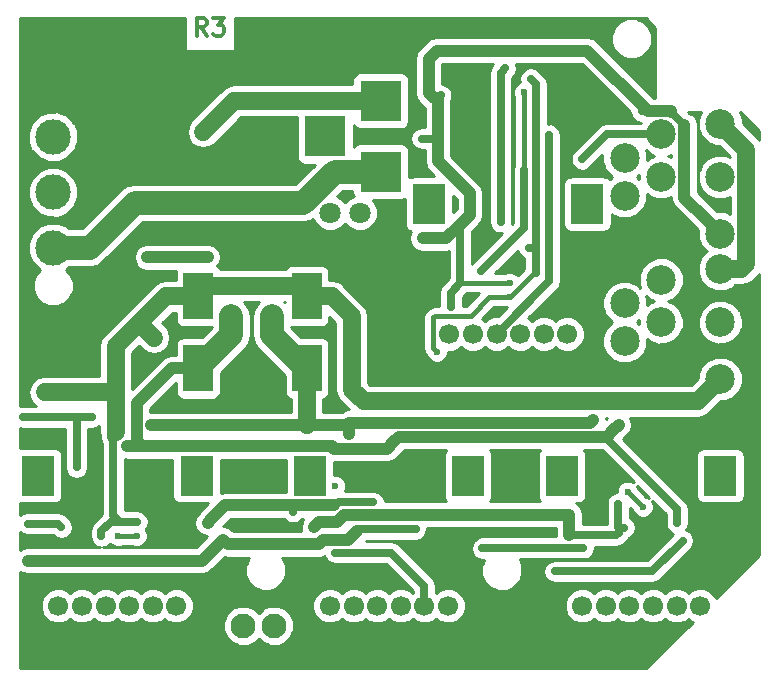
<source format=gbr>
G04 #@! TF.FileFunction,Copper,L1,Top,Signal*
%FSLAX46Y46*%
G04 Gerber Fmt 4.6, Leading zero omitted, Abs format (unit mm)*
G04 Created by KiCad (PCBNEW 4.0.7) date 07/07/19 20:21:31*
%MOMM*%
%LPD*%
G01*
G04 APERTURE LIST*
%ADD10C,0.100000*%
%ADD11C,0.300000*%
%ADD12C,2.100000*%
%ADD13C,1.800000*%
%ADD14R,2.500000X4.000000*%
%ADD15R,3.500000X3.500000*%
%ADD16C,2.500000*%
%ADD17C,1.700000*%
%ADD18R,2.800000X3.400000*%
%ADD19C,3.000000*%
%ADD20C,0.600000*%
%ADD21C,1.200000*%
%ADD22C,0.900000*%
%ADD23C,2.000000*%
%ADD24C,0.400000*%
%ADD25C,0.700000*%
%ADD26C,1.000000*%
%ADD27C,1.500000*%
%ADD28C,0.254000*%
G04 APERTURE END LIST*
D10*
D11*
X104550001Y-102228571D02*
X104050001Y-101514286D01*
X103692858Y-102228571D02*
X103692858Y-100728571D01*
X104264286Y-100728571D01*
X104407144Y-100800000D01*
X104478572Y-100871429D01*
X104550001Y-101014286D01*
X104550001Y-101228571D01*
X104478572Y-101371429D01*
X104407144Y-101442857D01*
X104264286Y-101514286D01*
X103692858Y-101514286D01*
X105050001Y-100728571D02*
X105978572Y-100728571D01*
X105478572Y-101300000D01*
X105692858Y-101300000D01*
X105835715Y-101371429D01*
X105907144Y-101442857D01*
X105978572Y-101585714D01*
X105978572Y-101942857D01*
X105907144Y-102085714D01*
X105835715Y-102157143D01*
X105692858Y-102228571D01*
X105264286Y-102228571D01*
X105121429Y-102157143D01*
X105050001Y-102085714D01*
D12*
X110200000Y-152200000D03*
D13*
X117500000Y-117250000D03*
X114960000Y-117250000D03*
D14*
X113000000Y-124300000D03*
X113000000Y-130400000D03*
X103800000Y-130400000D03*
X103800000Y-124300000D03*
D15*
X119250000Y-113750000D03*
X119250000Y-107750000D03*
X114550000Y-110750000D03*
D16*
X148000000Y-131300000D03*
X148000000Y-126500000D03*
X148000000Y-122000000D03*
X143000000Y-122900000D03*
X139900000Y-124900000D03*
X139900000Y-128100000D03*
X143000000Y-126500000D03*
X148000000Y-119000000D03*
X148000000Y-114200000D03*
X148000000Y-109700000D03*
X143000000Y-110600000D03*
X139900000Y-112600000D03*
X139900000Y-115800000D03*
X143000000Y-114200000D03*
D17*
X131050000Y-127500000D03*
X133050000Y-127500000D03*
X135050000Y-127500000D03*
X129050000Y-127500000D03*
X127050000Y-127500000D03*
X125050000Y-127500000D03*
D18*
X136750000Y-116500000D03*
X123350000Y-116500000D03*
D19*
X91500000Y-120200000D03*
X91500000Y-115500000D03*
X91500000Y-110800000D03*
D12*
X107600000Y-152200000D03*
D17*
X97950000Y-150500000D03*
X99950000Y-150500000D03*
X101950000Y-150500000D03*
X95950000Y-150500000D03*
X93950000Y-150500000D03*
X91950000Y-150500000D03*
D18*
X103650000Y-139500000D03*
X90250000Y-139500000D03*
D17*
X120950000Y-150500000D03*
X122950000Y-150500000D03*
X124950000Y-150500000D03*
X118950000Y-150500000D03*
X116950000Y-150500000D03*
X114950000Y-150500000D03*
D18*
X126650000Y-139500000D03*
X113250000Y-139500000D03*
D17*
X142300000Y-150500000D03*
X144300000Y-150500000D03*
X146300000Y-150500000D03*
X140300000Y-150500000D03*
X138300000Y-150500000D03*
X136300000Y-150500000D03*
D18*
X148000000Y-139500000D03*
X134600000Y-139500000D03*
D20*
X140150000Y-140850010D03*
X141450000Y-142150000D03*
X144800000Y-145000000D03*
X134000000Y-147600000D03*
X141350001Y-108649999D03*
X122750000Y-110950000D03*
D21*
X100050000Y-127800000D03*
D20*
X130200000Y-123200000D03*
X125200000Y-125200000D03*
D22*
X122800000Y-119400000D03*
X121600000Y-133200000D03*
X143600000Y-133400000D03*
D21*
X90800000Y-132450000D03*
D20*
X95600000Y-144600000D03*
X98600000Y-143400000D03*
X115400000Y-140400000D03*
X131950000Y-105900000D03*
X130206311Y-124349977D03*
D22*
X137200000Y-134800000D03*
D20*
X97000012Y-144600000D03*
X98600016Y-144600000D03*
X125000000Y-134999990D03*
X124000000Y-129000000D03*
X131800000Y-120200000D03*
D22*
X104200000Y-110400000D03*
D21*
X110000000Y-126000000D03*
D22*
X99799998Y-135200000D03*
X116600000Y-136000000D03*
D20*
X93500000Y-138800000D03*
X129800000Y-105000000D03*
X129400000Y-111750000D03*
X129399998Y-118000000D03*
X89000000Y-134550000D03*
X94800000Y-134550000D03*
X144349990Y-143500000D03*
D22*
X139400000Y-135200000D03*
D20*
X104600000Y-121000000D03*
X123000000Y-136200000D03*
D22*
X97800008Y-137000000D03*
X120400000Y-136600000D03*
D21*
X106600000Y-126000000D03*
D20*
X139600000Y-137600000D03*
X115400000Y-146000000D03*
X92200000Y-143849996D03*
X89350000Y-143550000D03*
X111800000Y-142550000D03*
X118600000Y-141750000D03*
X104600000Y-143500000D03*
X89350000Y-146700000D03*
X105600000Y-145200000D03*
X117200000Y-144200000D03*
X122200000Y-144000000D03*
X133500000Y-110649996D03*
X131400000Y-107000000D03*
X127700000Y-122200000D03*
X136300000Y-112700000D03*
X139350000Y-141850000D03*
X139850000Y-143900000D03*
X135200000Y-144550000D03*
X113600000Y-143800000D03*
X127850000Y-145650000D03*
X136400000Y-145600000D03*
D23*
X91500000Y-120200000D02*
X94600000Y-120200000D01*
X94600000Y-120200000D02*
X98400000Y-116400000D01*
X98400000Y-116400000D02*
X112701998Y-116400000D01*
X112701998Y-116400000D02*
X115351998Y-113750000D01*
X115351998Y-113750000D02*
X115500000Y-113750000D01*
X115500000Y-113750000D02*
X119250000Y-113750000D01*
D24*
X140150010Y-140850010D02*
X140150000Y-140850010D01*
X141450000Y-142150000D02*
X140150010Y-140850010D01*
D25*
X134000000Y-147600000D02*
X142200000Y-147600000D01*
X142200000Y-147600000D02*
X144800000Y-145000000D01*
X141900000Y-108649999D02*
X141350001Y-108649999D01*
D26*
X124100000Y-107537856D02*
X124100000Y-111050000D01*
X124100000Y-111050000D02*
X124100000Y-112889998D01*
D25*
X122750000Y-110950000D02*
X124000000Y-110950000D01*
X124000000Y-110950000D02*
X124100000Y-111050000D01*
D27*
X101050000Y-124300000D02*
X98800000Y-126550000D01*
X98800000Y-126550000D02*
X96800000Y-128550000D01*
X100050000Y-127800000D02*
X98800000Y-126550000D01*
X96800000Y-130600000D02*
X96800000Y-132550000D01*
X96800000Y-132550000D02*
X96800000Y-133800000D01*
X90800000Y-132450000D02*
X96700000Y-132450000D01*
X96700000Y-132450000D02*
X96800000Y-132550000D01*
D26*
X124100000Y-107537856D02*
X123739998Y-107537856D01*
X123739998Y-107537856D02*
X123300000Y-107097858D01*
X123300000Y-107097858D02*
X123300000Y-104177854D01*
X136750000Y-103499999D02*
X141900000Y-108649999D01*
X123300000Y-104177854D02*
X123977855Y-103499999D01*
X123977855Y-103499999D02*
X136750000Y-103499999D01*
D25*
X124337856Y-107300000D02*
X124100000Y-107537856D01*
D26*
X141900000Y-108649999D02*
X143800000Y-108649999D01*
X143800000Y-108649999D02*
X143850001Y-108700000D01*
X124100000Y-112889998D02*
X126800000Y-115589998D01*
X126800000Y-115589998D02*
X126800000Y-117410002D01*
D25*
X144950001Y-109800000D02*
X143850001Y-108700000D01*
X144950001Y-109750001D02*
X144950001Y-109800000D01*
D26*
X124100000Y-107537856D02*
X123800000Y-107537856D01*
D24*
X126000000Y-123200000D02*
X130200000Y-123200000D01*
D25*
X97200000Y-143400000D02*
X96375736Y-143400000D01*
X96375736Y-143400000D02*
X95600000Y-144175736D01*
X95600000Y-144175736D02*
X95600000Y-144600000D01*
X125200000Y-124775736D02*
X125200000Y-125200000D01*
X126000000Y-123200000D02*
X125200000Y-124000000D01*
X125200000Y-124000000D02*
X125200000Y-124775736D01*
D26*
X144950001Y-109800000D02*
X144950001Y-115950001D01*
D25*
X126000000Y-123200000D02*
X126000000Y-118589998D01*
D26*
X126800000Y-117410002D02*
X125810002Y-118400000D01*
X125810002Y-118400000D02*
X124810002Y-119400000D01*
D25*
X126000000Y-118589998D02*
X125810002Y-118400000D01*
D26*
X124810002Y-119400000D02*
X122800000Y-119400000D01*
X144950001Y-115950001D02*
X146750001Y-117750001D01*
X146750001Y-117750001D02*
X148000000Y-119000000D01*
D27*
X103800000Y-124300000D02*
X101050000Y-124300000D01*
X96800000Y-128550000D02*
X96800000Y-130600000D01*
X113000000Y-124300000D02*
X115100000Y-124300000D01*
X115100000Y-124300000D02*
X116800000Y-126000000D01*
X117800000Y-133200000D02*
X121400000Y-133200000D01*
X116800000Y-126000000D02*
X116800000Y-132200000D01*
X116800000Y-132200000D02*
X117800000Y-133200000D01*
X103800000Y-124300000D02*
X104200000Y-123900000D01*
X104200000Y-123600000D02*
X104400000Y-123400000D01*
X104200000Y-123900000D02*
X104200000Y-123600000D01*
X104400000Y-123400000D02*
X112600000Y-123400000D01*
X112600000Y-123400000D02*
X112800000Y-123600000D01*
X112800000Y-123600000D02*
X112800000Y-124100000D01*
X112800000Y-124100000D02*
X113000000Y-124300000D01*
X96800000Y-133800000D02*
X96800000Y-135800000D01*
X96850010Y-133749990D02*
X96800000Y-133800000D01*
D26*
X96600000Y-136200000D02*
X96600000Y-136000000D01*
X96600000Y-136000000D02*
X96800000Y-135800000D01*
D25*
X97200000Y-143400000D02*
X96600000Y-142800000D01*
X96600000Y-142800000D02*
X96600000Y-136200000D01*
D27*
X121400000Y-133200000D02*
X121600000Y-133200000D01*
X121400000Y-133200000D02*
X122200000Y-133200000D01*
X122200000Y-133200000D02*
X146100000Y-133200000D01*
D25*
X143600000Y-133400000D02*
X144049999Y-132950001D01*
X144049999Y-132950001D02*
X145850001Y-132950001D01*
X145850001Y-132950001D02*
X146100000Y-133200000D01*
D27*
X146100000Y-133200000D02*
X146300000Y-133000000D01*
X146300000Y-133000000D02*
X148000000Y-131300000D01*
D25*
X98600000Y-143400000D02*
X97200000Y-143400000D01*
X132249999Y-106199999D02*
X131950000Y-105900000D01*
X132400000Y-106350000D02*
X132249999Y-106199999D01*
X132400000Y-120200000D02*
X132400000Y-106350000D01*
D24*
X129782047Y-124349977D02*
X130206311Y-124349977D01*
X126849990Y-125950010D02*
X128450023Y-124349977D01*
X132400000Y-122324264D02*
X132232025Y-122324264D01*
X123700001Y-128700001D02*
X123700001Y-126099999D01*
X123700001Y-126099999D02*
X123849990Y-125950010D01*
X123849990Y-125950010D02*
X126849990Y-125950010D01*
X132232025Y-122324264D02*
X130506310Y-124049978D01*
X128450023Y-124349977D02*
X129782047Y-124349977D01*
X130506310Y-124049978D02*
X130206311Y-124349977D01*
X124000000Y-129000000D02*
X123700001Y-128700001D01*
D26*
X137000010Y-134999990D02*
X137200000Y-134800000D01*
X125000000Y-134999990D02*
X137000010Y-134999990D01*
D24*
X98600016Y-144600000D02*
X97000012Y-144600000D01*
D26*
X120000010Y-134999990D02*
X125000000Y-134999990D01*
D25*
X132400000Y-122324264D02*
X132400000Y-120200000D01*
X131800000Y-120200000D02*
X132400000Y-120200000D01*
D27*
X104200000Y-110400000D02*
X106850000Y-107750000D01*
X106850000Y-107750000D02*
X119250000Y-107750000D01*
D23*
X110000000Y-126000000D02*
X110000000Y-127600000D01*
X112800000Y-130400000D02*
X113000000Y-130400000D01*
X110000000Y-127600000D02*
X112800000Y-130400000D01*
D26*
X116399990Y-135200000D02*
X113000000Y-135200000D01*
X113000000Y-135200000D02*
X100436394Y-135200000D01*
D27*
X113000000Y-130400000D02*
X113000000Y-135200000D01*
D26*
X100436394Y-135200000D02*
X99799998Y-135200000D01*
X116600000Y-134999990D02*
X116399990Y-135200000D01*
X116600000Y-134999990D02*
X116600000Y-136000000D01*
X119200010Y-134999990D02*
X116600000Y-134999990D01*
X119200010Y-134999990D02*
X120000010Y-134999990D01*
D25*
X94800000Y-134550000D02*
X93500000Y-134550000D01*
X93500000Y-134550000D02*
X89000000Y-134550000D01*
X93500000Y-138800000D02*
X93500000Y-138375736D01*
X93500000Y-138375736D02*
X93500000Y-134550000D01*
X129500001Y-105299999D02*
X129800000Y-105000000D01*
X129399998Y-105400002D02*
X129500001Y-105299999D01*
X129399998Y-112750000D02*
X129399998Y-105400002D01*
X129399998Y-112750000D02*
X129399998Y-112200000D01*
X129399998Y-118000000D02*
X129399998Y-112750000D01*
X129399998Y-112200000D02*
X129399998Y-111750002D01*
X129399998Y-111750002D02*
X129400000Y-111750000D01*
X144349990Y-142349990D02*
X144349990Y-143075736D01*
X139600000Y-137600000D02*
X144349990Y-142349990D01*
X144349990Y-143075736D02*
X144349990Y-143500000D01*
X139600000Y-137600000D02*
X138400000Y-136400000D01*
X138400000Y-136400000D02*
X138400000Y-136200000D01*
D26*
X138950001Y-135649999D02*
X139400000Y-135200000D01*
X123000000Y-136200000D02*
X138400000Y-136200000D01*
X138400000Y-136200000D02*
X138950001Y-135649999D01*
X99450000Y-121000000D02*
X104600000Y-121000000D01*
X120800000Y-136200000D02*
X123000000Y-136200000D01*
X99000000Y-137000000D02*
X97800008Y-137000000D01*
X102600000Y-137000000D02*
X99000000Y-137000000D01*
X101550000Y-130400000D02*
X103800000Y-130400000D01*
X99000000Y-137000000D02*
X98599988Y-136599988D01*
X98599988Y-136599988D02*
X98599988Y-133350012D01*
X98599988Y-133350012D02*
X101550000Y-130400000D01*
X115110002Y-137000000D02*
X98436404Y-137000000D01*
X115310012Y-137200010D02*
X115110002Y-137000000D01*
X98436404Y-137000000D02*
X97800008Y-137000000D01*
X119799990Y-137200010D02*
X115310012Y-137200010D01*
X120400000Y-136600000D02*
X119799990Y-137200010D01*
X120400000Y-136600000D02*
X120800000Y-136200000D01*
D23*
X106600000Y-126000000D02*
X106600000Y-127600000D01*
X106600000Y-127600000D02*
X103800000Y-130400000D01*
D27*
X148000000Y-109700000D02*
X150200001Y-111900001D01*
X150200001Y-111900001D02*
X150200001Y-121567765D01*
X150200001Y-121567765D02*
X149767766Y-122000000D01*
X149767766Y-122000000D02*
X148000000Y-122000000D01*
D25*
X115400000Y-146000000D02*
X120100000Y-146000000D01*
X120100000Y-146000000D02*
X122950000Y-148850000D01*
X122950000Y-148850000D02*
X122950000Y-150500000D01*
X89350000Y-143550000D02*
X91900004Y-143550000D01*
X91900004Y-143550000D02*
X92200000Y-143849996D01*
D26*
X115280001Y-142000001D02*
X111750000Y-142000001D01*
X111750000Y-142000001D02*
X106099999Y-142000001D01*
D25*
X111800000Y-142550000D02*
X111800000Y-142050001D01*
X111800000Y-142050001D02*
X111750000Y-142000001D01*
X115280001Y-142000001D02*
X115492133Y-142000001D01*
X115492133Y-142000001D02*
X115742134Y-141750000D01*
X115742134Y-141750000D02*
X118600000Y-141750000D01*
D26*
X104899999Y-143200001D02*
X104600000Y-143500000D01*
X106099999Y-142000001D02*
X104899999Y-143200001D01*
X113997060Y-145300011D02*
X106300009Y-145300011D01*
X114397060Y-144900011D02*
X113997060Y-145300011D01*
X106300009Y-145300011D02*
X105899999Y-144900001D01*
X116499989Y-144900011D02*
X114397060Y-144900011D01*
X117200000Y-144200000D02*
X116499989Y-144900011D01*
X89350000Y-146700000D02*
X104100000Y-146700000D01*
X104100000Y-146700000D02*
X105899999Y-144900001D01*
X105899999Y-144900001D02*
X105600000Y-145200000D01*
D25*
X122200000Y-144000000D02*
X117400000Y-144000000D01*
X117400000Y-144000000D02*
X117200000Y-144200000D01*
X133500000Y-111074260D02*
X133500000Y-110649996D01*
X133500000Y-123050000D02*
X133500000Y-111074260D01*
X129050000Y-127500000D02*
X133500000Y-123050000D01*
D24*
X131400000Y-110900000D02*
X131400000Y-107000000D01*
X131400000Y-113600000D02*
X131400000Y-110900000D01*
D25*
X131400000Y-118500000D02*
X131400000Y-113600000D01*
X127700000Y-122200000D02*
X131400000Y-118500000D01*
X138450000Y-110600000D02*
X138400000Y-110600000D01*
X138400000Y-110600000D02*
X136300000Y-112700000D01*
X138450000Y-110600000D02*
X143000000Y-110600000D01*
X142600000Y-110200000D02*
X143000000Y-110600000D01*
X143000000Y-110600000D02*
X143000000Y-110337856D01*
X139350000Y-142274264D02*
X139350000Y-141850000D01*
X139350000Y-143819975D02*
X139350000Y-142274264D01*
X139380025Y-143850000D02*
X139350000Y-143819975D01*
D26*
X116177049Y-142800023D02*
X135200000Y-142800023D01*
X135200000Y-144550000D02*
X135200000Y-144125736D01*
X135200000Y-144125736D02*
X135200000Y-142800023D01*
X115577060Y-143400012D02*
X116177049Y-142800023D01*
X114700000Y-143400012D02*
X115577060Y-143400012D01*
D25*
X139380025Y-143854289D02*
X139425736Y-143900000D01*
X139425736Y-143900000D02*
X139850000Y-143900000D01*
X139380025Y-144319975D02*
X139380025Y-143850000D01*
D24*
X139380025Y-143854289D02*
X139380025Y-143850000D01*
D25*
X139150000Y-144550000D02*
X139380025Y-144319975D01*
X135200000Y-144550000D02*
X139150000Y-144550000D01*
D26*
X113999988Y-143400012D02*
X113899999Y-143500001D01*
X114700000Y-143400012D02*
X113999988Y-143400012D01*
X113899999Y-143500001D02*
X113600000Y-143800000D01*
X115577061Y-143400012D02*
X114700000Y-143400012D01*
D25*
X136400000Y-145600000D02*
X127900000Y-145600000D01*
X127900000Y-145600000D02*
X127850000Y-145650000D01*
D28*
G36*
X102700715Y-103535000D02*
X106899286Y-103535000D01*
X106899286Y-102211593D01*
X138754677Y-102211593D01*
X138764975Y-102527507D01*
X138764699Y-102843599D01*
X138776184Y-102871395D01*
X138777164Y-102901453D01*
X138997901Y-103434359D01*
X139010954Y-103439581D01*
X139028281Y-103481515D01*
X139515918Y-103970004D01*
X139560149Y-103988370D01*
X139565641Y-104002099D01*
X139861448Y-104113481D01*
X140153373Y-104234699D01*
X140183448Y-104234725D01*
X140211593Y-104245323D01*
X140527507Y-104235025D01*
X140843599Y-104235301D01*
X140871395Y-104223816D01*
X140901453Y-104222836D01*
X141434359Y-104002099D01*
X141439581Y-103989046D01*
X141481515Y-103971719D01*
X141970004Y-103484082D01*
X141988370Y-103439851D01*
X142002099Y-103434359D01*
X142113481Y-103138552D01*
X142234699Y-102846627D01*
X142234725Y-102816552D01*
X142245323Y-102788407D01*
X142235025Y-102472493D01*
X142235301Y-102156401D01*
X142223816Y-102128605D01*
X142222836Y-102098547D01*
X142002099Y-101565641D01*
X141989046Y-101560419D01*
X141971719Y-101518485D01*
X141484082Y-101029996D01*
X141439851Y-101011630D01*
X141434359Y-100997901D01*
X141138552Y-100886519D01*
X140846627Y-100765301D01*
X140816552Y-100765275D01*
X140788407Y-100754677D01*
X140472493Y-100764975D01*
X140156401Y-100764699D01*
X140128605Y-100776184D01*
X140098547Y-100777164D01*
X139565641Y-100997901D01*
X139560419Y-101010954D01*
X139518485Y-101028281D01*
X139029996Y-101515918D01*
X139011630Y-101560149D01*
X138997901Y-101565641D01*
X138886519Y-101861448D01*
X138765301Y-102153373D01*
X138765275Y-102183448D01*
X138754677Y-102211593D01*
X106899286Y-102211593D01*
X106899286Y-100710000D01*
X141689140Y-100710000D01*
X142490000Y-101577598D01*
X142490000Y-107514999D01*
X142370132Y-107514999D01*
X137552566Y-102697433D01*
X137184346Y-102451396D01*
X136750000Y-102364999D01*
X123977855Y-102364999D01*
X123543509Y-102451396D01*
X123175289Y-102697433D01*
X122497434Y-103375288D01*
X122251397Y-103743508D01*
X122165000Y-104177854D01*
X122165000Y-107097858D01*
X122251397Y-107532204D01*
X122396924Y-107750000D01*
X122497434Y-107900424D01*
X122937432Y-108340422D01*
X122965000Y-108358842D01*
X122965000Y-109965000D01*
X122750000Y-109965000D01*
X122373057Y-110039979D01*
X122053500Y-110253500D01*
X121839979Y-110573057D01*
X121765000Y-110950000D01*
X121839979Y-111326943D01*
X122053500Y-111646500D01*
X122373057Y-111860021D01*
X122750000Y-111935000D01*
X122965000Y-111935000D01*
X122965000Y-112889998D01*
X123051397Y-113324344D01*
X123251933Y-113624467D01*
X123297434Y-113692564D01*
X123757430Y-114152560D01*
X121950000Y-114152560D01*
X121883887Y-114165000D01*
X121823691Y-114165000D01*
X121773584Y-114185755D01*
X121714683Y-114196838D01*
X121656609Y-114234208D01*
X121647440Y-114238006D01*
X121647440Y-112000000D01*
X121603162Y-111764683D01*
X121464090Y-111548559D01*
X121251890Y-111403569D01*
X121000000Y-111352560D01*
X117500000Y-111352560D01*
X117264683Y-111396838D01*
X117048559Y-111535910D01*
X116947440Y-111683903D01*
X116947440Y-109813955D01*
X117035910Y-109951441D01*
X117248110Y-110096431D01*
X117500000Y-110147440D01*
X121000000Y-110147440D01*
X121235317Y-110103162D01*
X121451441Y-109964090D01*
X121596431Y-109751890D01*
X121647440Y-109500000D01*
X121647440Y-106000000D01*
X121603162Y-105764683D01*
X121464090Y-105548559D01*
X121251890Y-105403569D01*
X121000000Y-105352560D01*
X117500000Y-105352560D01*
X117264683Y-105396838D01*
X117048559Y-105535910D01*
X116903569Y-105748110D01*
X116852560Y-106000000D01*
X116852560Y-106365000D01*
X106850000Y-106365000D01*
X106319983Y-106470427D01*
X105870657Y-106770657D01*
X103220657Y-109420657D01*
X102920427Y-109869984D01*
X102815000Y-110400000D01*
X102920427Y-110930016D01*
X103220657Y-111379343D01*
X103669984Y-111679573D01*
X104200000Y-111785000D01*
X104730016Y-111679573D01*
X105179343Y-111379343D01*
X107423686Y-109135000D01*
X112152560Y-109135000D01*
X112152560Y-112500000D01*
X112196838Y-112735317D01*
X112335910Y-112951441D01*
X112548110Y-113096431D01*
X112800000Y-113147440D01*
X113642318Y-113147440D01*
X112024758Y-114765000D01*
X98400005Y-114765000D01*
X98400000Y-114764999D01*
X97774313Y-114889457D01*
X97243880Y-115243880D01*
X97243878Y-115243883D01*
X93922760Y-118565000D01*
X92884565Y-118565000D01*
X92710959Y-118391091D01*
X91926541Y-118065372D01*
X91077185Y-118064630D01*
X90292200Y-118388980D01*
X89691091Y-118989041D01*
X89365372Y-119773459D01*
X89364630Y-120622815D01*
X89688980Y-121407800D01*
X90289041Y-122008909D01*
X90394040Y-122052509D01*
X90029996Y-122415918D01*
X89765301Y-123053373D01*
X89764699Y-123743599D01*
X90028281Y-124381515D01*
X90515918Y-124870004D01*
X91153373Y-125134699D01*
X91843599Y-125135301D01*
X92481515Y-124871719D01*
X92970004Y-124384082D01*
X93234699Y-123746627D01*
X93235301Y-123056401D01*
X92971719Y-122418485D01*
X92606676Y-122052804D01*
X92707800Y-122011020D01*
X92884127Y-121835000D01*
X94599995Y-121835000D01*
X94600000Y-121835001D01*
X95225688Y-121710543D01*
X95756120Y-121356120D01*
X99077239Y-118035000D01*
X112701993Y-118035000D01*
X112701998Y-118035001D01*
X113327686Y-117910543D01*
X113519188Y-117782585D01*
X113657932Y-118118371D01*
X114089357Y-118550551D01*
X114653330Y-118784733D01*
X115263991Y-118785265D01*
X115828371Y-118552068D01*
X116230323Y-118150818D01*
X116629357Y-118550551D01*
X117193330Y-118784733D01*
X117803991Y-118785265D01*
X118368371Y-118552068D01*
X118800551Y-118120643D01*
X119034733Y-117556670D01*
X119035265Y-116946009D01*
X118802068Y-116381629D01*
X118568288Y-116147440D01*
X121000000Y-116147440D01*
X121235317Y-116103162D01*
X121302560Y-116059892D01*
X121302560Y-118200000D01*
X121315000Y-118266113D01*
X121315000Y-118326310D01*
X121335755Y-118376418D01*
X121346838Y-118435317D01*
X121384207Y-118493390D01*
X121411673Y-118559699D01*
X121454315Y-118602340D01*
X121485910Y-118651441D01*
X121541180Y-118689206D01*
X121590302Y-118738327D01*
X121648126Y-118762279D01*
X121698110Y-118796431D01*
X121761633Y-118809295D01*
X121823691Y-118835000D01*
X121838697Y-118835000D01*
X121751397Y-118965654D01*
X121665000Y-119400000D01*
X121751397Y-119834346D01*
X121997434Y-120202566D01*
X122365654Y-120448603D01*
X122800000Y-120535000D01*
X124810002Y-120535000D01*
X125015000Y-120494223D01*
X125015000Y-122792000D01*
X124503500Y-123303500D01*
X124289979Y-123623057D01*
X124215000Y-124000000D01*
X124215000Y-125115010D01*
X123849990Y-125115010D01*
X123530449Y-125178571D01*
X123401100Y-125264999D01*
X123259555Y-125359576D01*
X123109567Y-125509565D01*
X122928562Y-125780458D01*
X122865001Y-126099999D01*
X122865001Y-128700001D01*
X122928562Y-129019542D01*
X123078460Y-129243880D01*
X123106335Y-129285598D01*
X123206883Y-129528943D01*
X123469673Y-129792192D01*
X123813201Y-129934838D01*
X124185167Y-129935162D01*
X124528943Y-129793117D01*
X124792192Y-129530327D01*
X124934838Y-129186799D01*
X124935014Y-128984900D01*
X125344089Y-128985257D01*
X125890086Y-128759656D01*
X126049913Y-128600108D01*
X126207717Y-128758188D01*
X126753319Y-128984742D01*
X127344089Y-128985257D01*
X127890086Y-128759656D01*
X128049913Y-128600108D01*
X128207717Y-128758188D01*
X128753319Y-128984742D01*
X129344089Y-128985257D01*
X129890086Y-128759656D01*
X130049913Y-128600108D01*
X130207717Y-128758188D01*
X130753319Y-128984742D01*
X131344089Y-128985257D01*
X131890086Y-128759656D01*
X132049913Y-128600108D01*
X132207717Y-128758188D01*
X132753319Y-128984742D01*
X133344089Y-128985257D01*
X133890086Y-128759656D01*
X134049913Y-128600108D01*
X134207717Y-128758188D01*
X134753319Y-128984742D01*
X135344089Y-128985257D01*
X135890086Y-128759656D01*
X136308188Y-128342283D01*
X136534742Y-127796681D01*
X136535257Y-127205911D01*
X136309656Y-126659914D01*
X135892283Y-126241812D01*
X135346681Y-126015258D01*
X134755911Y-126014743D01*
X134209914Y-126240344D01*
X134050087Y-126399892D01*
X133892283Y-126241812D01*
X133346681Y-126015258D01*
X132755911Y-126014743D01*
X132209914Y-126240344D01*
X132050087Y-126399892D01*
X131892283Y-126241812D01*
X131757256Y-126185744D01*
X133367194Y-124575806D01*
X138005612Y-124575806D01*
X138014978Y-124924460D01*
X138014674Y-125273305D01*
X138025022Y-125298350D01*
X138025750Y-125325435D01*
X138273877Y-125924467D01*
X138285926Y-125929786D01*
X138301043Y-125966372D01*
X138830839Y-126497093D01*
X138836998Y-126499650D01*
X138833628Y-126501043D01*
X138302907Y-127030839D01*
X138015328Y-127723405D01*
X138014674Y-128473305D01*
X138301043Y-129166372D01*
X138830839Y-129697093D01*
X139523405Y-129984672D01*
X140273305Y-129985326D01*
X140966372Y-129698957D01*
X141497093Y-129169161D01*
X141784672Y-128476595D01*
X141785130Y-127951130D01*
X141930839Y-128097093D01*
X141969873Y-128113302D01*
X141975533Y-128126123D01*
X142301231Y-128250893D01*
X142623405Y-128384672D01*
X142650505Y-128384696D01*
X142675806Y-128394388D01*
X143024460Y-128385022D01*
X143373305Y-128385326D01*
X143398350Y-128374978D01*
X143425435Y-128374250D01*
X144024467Y-128126123D01*
X144029786Y-128114074D01*
X144066372Y-128098957D01*
X144597093Y-127569161D01*
X144613302Y-127530127D01*
X144626123Y-127524467D01*
X144750893Y-127198769D01*
X144884672Y-126876595D01*
X144884696Y-126849495D01*
X144894388Y-126824194D01*
X144885022Y-126475540D01*
X144885283Y-126175806D01*
X146105612Y-126175806D01*
X146114978Y-126524460D01*
X146114674Y-126873305D01*
X146125022Y-126898350D01*
X146125750Y-126925435D01*
X146373877Y-127524467D01*
X146385926Y-127529786D01*
X146401043Y-127566372D01*
X146930839Y-128097093D01*
X146969873Y-128113302D01*
X146975533Y-128126123D01*
X147301231Y-128250893D01*
X147623405Y-128384672D01*
X147650505Y-128384696D01*
X147675806Y-128394388D01*
X148024460Y-128385022D01*
X148373305Y-128385326D01*
X148398350Y-128374978D01*
X148425435Y-128374250D01*
X149024467Y-128126123D01*
X149029786Y-128114074D01*
X149066372Y-128098957D01*
X149597093Y-127569161D01*
X149613302Y-127530127D01*
X149626123Y-127524467D01*
X149750893Y-127198769D01*
X149884672Y-126876595D01*
X149884696Y-126849495D01*
X149894388Y-126824194D01*
X149885022Y-126475540D01*
X149885326Y-126126695D01*
X149874978Y-126101650D01*
X149874250Y-126074565D01*
X149626123Y-125475533D01*
X149614074Y-125470214D01*
X149598957Y-125433628D01*
X149069161Y-124902907D01*
X149030127Y-124886698D01*
X149024467Y-124873877D01*
X148698769Y-124749107D01*
X148376595Y-124615328D01*
X148349495Y-124615304D01*
X148324194Y-124605612D01*
X147975540Y-124614978D01*
X147626695Y-124614674D01*
X147601650Y-124625022D01*
X147574565Y-124625750D01*
X146975533Y-124873877D01*
X146970214Y-124885926D01*
X146933628Y-124901043D01*
X146402907Y-125430839D01*
X146386698Y-125469873D01*
X146373877Y-125475533D01*
X146249107Y-125801231D01*
X146115328Y-126123405D01*
X146115304Y-126150505D01*
X146105612Y-126175806D01*
X144885283Y-126175806D01*
X144885326Y-126126695D01*
X144874978Y-126101650D01*
X144874250Y-126074565D01*
X144626123Y-125475533D01*
X144614074Y-125470214D01*
X144598957Y-125433628D01*
X144069161Y-124902907D01*
X144030127Y-124886698D01*
X144024467Y-124873877D01*
X143698769Y-124749107D01*
X143580160Y-124699856D01*
X144066372Y-124498957D01*
X144597093Y-123969161D01*
X144884672Y-123276595D01*
X144885326Y-122526695D01*
X144598957Y-121833628D01*
X144069161Y-121302907D01*
X143376595Y-121015328D01*
X142626695Y-121014674D01*
X141933628Y-121301043D01*
X141402907Y-121830839D01*
X141115328Y-122523405D01*
X141114674Y-123273305D01*
X141238309Y-123572525D01*
X140969161Y-123302907D01*
X140930127Y-123286698D01*
X140924467Y-123273877D01*
X140598769Y-123149107D01*
X140276595Y-123015328D01*
X140249495Y-123015304D01*
X140224194Y-123005612D01*
X139875540Y-123014978D01*
X139526695Y-123014674D01*
X139501650Y-123025022D01*
X139474565Y-123025750D01*
X138875533Y-123273877D01*
X138870214Y-123285926D01*
X138833628Y-123301043D01*
X138302907Y-123830839D01*
X138286698Y-123869873D01*
X138273877Y-123875533D01*
X138149107Y-124201231D01*
X138015328Y-124523405D01*
X138015304Y-124550505D01*
X138005612Y-124575806D01*
X133367194Y-124575806D01*
X134196500Y-123746500D01*
X134410021Y-123426943D01*
X134421351Y-123369984D01*
X134485000Y-123050000D01*
X134485000Y-110649996D01*
X134410021Y-110273053D01*
X134196500Y-109953496D01*
X133876943Y-109739975D01*
X133500000Y-109664996D01*
X133385000Y-109687871D01*
X133385000Y-106350000D01*
X133310021Y-105973057D01*
X133096500Y-105653500D01*
X132646500Y-105203500D01*
X132326943Y-104989979D01*
X131950000Y-104915000D01*
X131573057Y-104989979D01*
X131253500Y-105203500D01*
X131039979Y-105523057D01*
X130965000Y-105900000D01*
X131014272Y-106147708D01*
X130871057Y-106206883D01*
X130607808Y-106469673D01*
X130465162Y-106813201D01*
X130464838Y-107185167D01*
X130565000Y-107427578D01*
X130565000Y-113110780D01*
X130489979Y-113223057D01*
X130415000Y-113600000D01*
X130415000Y-118092000D01*
X130354704Y-118152296D01*
X130384998Y-118000000D01*
X130384998Y-111750010D01*
X130385000Y-111750000D01*
X130384998Y-111749990D01*
X130384998Y-105808002D01*
X130496500Y-105696500D01*
X130710021Y-105376943D01*
X130785000Y-105000000D01*
X130712396Y-104634999D01*
X136279868Y-104634999D01*
X140382415Y-108737546D01*
X140439980Y-109026942D01*
X140653501Y-109346499D01*
X140973058Y-109560020D01*
X141249460Y-109615000D01*
X138400000Y-109615000D01*
X138023057Y-109689979D01*
X137703499Y-109903500D01*
X135603500Y-112003500D01*
X135389979Y-112323057D01*
X135315000Y-112700000D01*
X135389979Y-113076943D01*
X135603500Y-113396500D01*
X135923057Y-113610021D01*
X136300000Y-113685000D01*
X136676943Y-113610021D01*
X136996500Y-113396500D01*
X138008531Y-112384469D01*
X138014978Y-112624460D01*
X138014674Y-112973305D01*
X138025022Y-112998350D01*
X138025750Y-113025435D01*
X138273877Y-113624467D01*
X138285926Y-113629786D01*
X138301043Y-113666372D01*
X138830839Y-114197093D01*
X138836998Y-114199650D01*
X138833628Y-114201043D01*
X138642159Y-114392179D01*
X138614090Y-114348559D01*
X138558820Y-114310794D01*
X138509698Y-114261673D01*
X138451874Y-114237721D01*
X138401890Y-114203569D01*
X138338367Y-114190705D01*
X138276309Y-114165000D01*
X138211431Y-114165000D01*
X138150000Y-114152560D01*
X135350000Y-114152560D01*
X135283887Y-114165000D01*
X135223691Y-114165000D01*
X135173584Y-114185755D01*
X135114683Y-114196838D01*
X135056609Y-114234208D01*
X134990302Y-114261673D01*
X134947661Y-114304314D01*
X134898559Y-114335910D01*
X134860795Y-114391179D01*
X134811673Y-114440301D01*
X134787720Y-114498128D01*
X134753569Y-114548110D01*
X134740706Y-114611631D01*
X134715000Y-114673690D01*
X134715000Y-114738569D01*
X134702560Y-114800000D01*
X134702560Y-118200000D01*
X134715000Y-118266113D01*
X134715000Y-118326310D01*
X134735755Y-118376418D01*
X134746838Y-118435317D01*
X134784207Y-118493390D01*
X134811673Y-118559699D01*
X134854315Y-118602340D01*
X134885910Y-118651441D01*
X134941180Y-118689206D01*
X134990302Y-118738327D01*
X135048126Y-118762279D01*
X135098110Y-118796431D01*
X135161633Y-118809295D01*
X135223691Y-118835000D01*
X135288569Y-118835000D01*
X135350000Y-118847440D01*
X138150000Y-118847440D01*
X138216113Y-118835000D01*
X138276309Y-118835000D01*
X138326416Y-118814245D01*
X138385317Y-118803162D01*
X138443391Y-118765792D01*
X138509698Y-118738327D01*
X138552339Y-118695686D01*
X138601441Y-118664090D01*
X138639205Y-118608821D01*
X138688327Y-118559699D01*
X138712280Y-118501872D01*
X138746431Y-118451890D01*
X138759294Y-118388369D01*
X138785000Y-118326310D01*
X138785000Y-118261431D01*
X138797440Y-118200000D01*
X138797440Y-117363636D01*
X138830839Y-117397093D01*
X139523405Y-117684672D01*
X140273305Y-117685326D01*
X140966372Y-117398957D01*
X141497093Y-116869161D01*
X141784672Y-116176595D01*
X141785130Y-115651130D01*
X141930839Y-115797093D01*
X141969873Y-115813302D01*
X141975533Y-115826123D01*
X142301231Y-115950893D01*
X142623405Y-116084672D01*
X142650505Y-116084696D01*
X142675806Y-116094388D01*
X143024460Y-116085022D01*
X143373305Y-116085326D01*
X143398350Y-116074978D01*
X143425435Y-116074250D01*
X143815001Y-115912887D01*
X143815001Y-115950001D01*
X143901398Y-116384347D01*
X144055516Y-116615001D01*
X144147435Y-116752567D01*
X145947435Y-118552567D01*
X146115243Y-118720376D01*
X146114674Y-119373305D01*
X146401043Y-120066372D01*
X146834206Y-120500292D01*
X146402907Y-120930839D01*
X146115328Y-121623405D01*
X146114674Y-122373305D01*
X146401043Y-123066372D01*
X146930839Y-123597093D01*
X147623405Y-123884672D01*
X148373305Y-123885326D01*
X149066372Y-123598957D01*
X149280703Y-123385000D01*
X149767766Y-123385000D01*
X150297783Y-123279573D01*
X150747109Y-122979343D01*
X151179344Y-122547108D01*
X151290000Y-122381500D01*
X151290000Y-146205908D01*
X147640452Y-149855456D01*
X147559656Y-149659914D01*
X147142283Y-149241812D01*
X146596681Y-149015258D01*
X146005911Y-149014743D01*
X145459914Y-149240344D01*
X145300087Y-149399892D01*
X145142283Y-149241812D01*
X144596681Y-149015258D01*
X144005911Y-149014743D01*
X143459914Y-149240344D01*
X143300087Y-149399892D01*
X143142283Y-149241812D01*
X142596681Y-149015258D01*
X142005911Y-149014743D01*
X141459914Y-149240344D01*
X141300087Y-149399892D01*
X141142283Y-149241812D01*
X140596681Y-149015258D01*
X140005911Y-149014743D01*
X139459914Y-149240344D01*
X139300087Y-149399892D01*
X139142283Y-149241812D01*
X138596681Y-149015258D01*
X138005911Y-149014743D01*
X137459914Y-149240344D01*
X137300087Y-149399892D01*
X137142283Y-149241812D01*
X136596681Y-149015258D01*
X136005911Y-149014743D01*
X135459914Y-149240344D01*
X135041812Y-149657717D01*
X134815258Y-150203319D01*
X134814743Y-150794089D01*
X135040344Y-151340086D01*
X135457717Y-151758188D01*
X136003319Y-151984742D01*
X136594089Y-151985257D01*
X137140086Y-151759656D01*
X137299913Y-151600108D01*
X137457717Y-151758188D01*
X138003319Y-151984742D01*
X138594089Y-151985257D01*
X139140086Y-151759656D01*
X139299913Y-151600108D01*
X139457717Y-151758188D01*
X140003319Y-151984742D01*
X140594089Y-151985257D01*
X141140086Y-151759656D01*
X141299913Y-151600108D01*
X141457717Y-151758188D01*
X142003319Y-151984742D01*
X142594089Y-151985257D01*
X143140086Y-151759656D01*
X143299913Y-151600108D01*
X143457717Y-151758188D01*
X144003319Y-151984742D01*
X144594089Y-151985257D01*
X145140086Y-151759656D01*
X145299913Y-151600108D01*
X145457717Y-151758188D01*
X145655566Y-151840342D01*
X141705908Y-155790000D01*
X88710000Y-155790000D01*
X88710000Y-150794089D01*
X90464743Y-150794089D01*
X90690344Y-151340086D01*
X91107717Y-151758188D01*
X91653319Y-151984742D01*
X92244089Y-151985257D01*
X92790086Y-151759656D01*
X92949913Y-151600108D01*
X93107717Y-151758188D01*
X93653319Y-151984742D01*
X94244089Y-151985257D01*
X94790086Y-151759656D01*
X94949913Y-151600108D01*
X95107717Y-151758188D01*
X95653319Y-151984742D01*
X96244089Y-151985257D01*
X96790086Y-151759656D01*
X96949913Y-151600108D01*
X97107717Y-151758188D01*
X97653319Y-151984742D01*
X98244089Y-151985257D01*
X98790086Y-151759656D01*
X98949913Y-151600108D01*
X99107717Y-151758188D01*
X99653319Y-151984742D01*
X100244089Y-151985257D01*
X100790086Y-151759656D01*
X100949913Y-151600108D01*
X101107717Y-151758188D01*
X101653319Y-151984742D01*
X102244089Y-151985257D01*
X102393489Y-151923526D01*
X105904381Y-151923526D01*
X105914974Y-152228502D01*
X105914708Y-152533697D01*
X105926573Y-152562412D01*
X105927651Y-152593456D01*
X106139255Y-153104313D01*
X106152607Y-153109456D01*
X106170694Y-153153229D01*
X106644278Y-153627640D01*
X106690296Y-153646748D01*
X106695687Y-153660745D01*
X106981503Y-153767668D01*
X107263362Y-153884707D01*
X107294430Y-153884734D01*
X107323526Y-153895619D01*
X107628502Y-153885026D01*
X107933697Y-153885292D01*
X107962412Y-153873427D01*
X107993456Y-153872349D01*
X108504313Y-153660745D01*
X108509456Y-153647393D01*
X108553229Y-153629306D01*
X108900189Y-153282950D01*
X109244278Y-153627640D01*
X109290296Y-153646748D01*
X109295687Y-153660745D01*
X109581503Y-153767668D01*
X109863362Y-153884707D01*
X109894430Y-153884734D01*
X109923526Y-153895619D01*
X110228502Y-153885026D01*
X110533697Y-153885292D01*
X110562412Y-153873427D01*
X110593456Y-153872349D01*
X111104313Y-153660745D01*
X111109456Y-153647393D01*
X111153229Y-153629306D01*
X111627640Y-153155722D01*
X111646748Y-153109704D01*
X111660745Y-153104313D01*
X111767668Y-152818497D01*
X111884707Y-152536638D01*
X111884734Y-152505570D01*
X111895619Y-152476474D01*
X111885026Y-152171498D01*
X111885292Y-151866303D01*
X111873427Y-151837588D01*
X111872349Y-151806544D01*
X111660745Y-151295687D01*
X111647393Y-151290544D01*
X111629306Y-151246771D01*
X111155722Y-150772360D01*
X111109704Y-150753252D01*
X111104313Y-150739255D01*
X110818497Y-150632332D01*
X110536638Y-150515293D01*
X110505570Y-150515266D01*
X110476474Y-150504381D01*
X110171498Y-150514974D01*
X109866303Y-150514708D01*
X109837588Y-150526573D01*
X109806544Y-150527651D01*
X109295687Y-150739255D01*
X109290544Y-150752607D01*
X109246771Y-150770694D01*
X108899811Y-151117050D01*
X108555722Y-150772360D01*
X108509704Y-150753252D01*
X108504313Y-150739255D01*
X108218497Y-150632332D01*
X107936638Y-150515293D01*
X107905570Y-150515266D01*
X107876474Y-150504381D01*
X107571498Y-150514974D01*
X107266303Y-150514708D01*
X107237588Y-150526573D01*
X107206544Y-150527651D01*
X106695687Y-150739255D01*
X106690544Y-150752607D01*
X106646771Y-150770694D01*
X106172360Y-151244278D01*
X106153252Y-151290296D01*
X106139255Y-151295687D01*
X106032332Y-151581503D01*
X105915293Y-151863362D01*
X105915266Y-151894430D01*
X105904381Y-151923526D01*
X102393489Y-151923526D01*
X102790086Y-151759656D01*
X103208188Y-151342283D01*
X103434742Y-150796681D01*
X103435257Y-150205911D01*
X103209656Y-149659914D01*
X102792283Y-149241812D01*
X102246681Y-149015258D01*
X101655911Y-149014743D01*
X101109914Y-149240344D01*
X100950087Y-149399892D01*
X100792283Y-149241812D01*
X100246681Y-149015258D01*
X99655911Y-149014743D01*
X99109914Y-149240344D01*
X98950087Y-149399892D01*
X98792283Y-149241812D01*
X98246681Y-149015258D01*
X97655911Y-149014743D01*
X97109914Y-149240344D01*
X96950087Y-149399892D01*
X96792283Y-149241812D01*
X96246681Y-149015258D01*
X95655911Y-149014743D01*
X95109914Y-149240344D01*
X94950087Y-149399892D01*
X94792283Y-149241812D01*
X94246681Y-149015258D01*
X93655911Y-149014743D01*
X93109914Y-149240344D01*
X92950087Y-149399892D01*
X92792283Y-149241812D01*
X92246681Y-149015258D01*
X91655911Y-149014743D01*
X91109914Y-149240344D01*
X90691812Y-149657717D01*
X90465258Y-150203319D01*
X90464743Y-150794089D01*
X88710000Y-150794089D01*
X88710000Y-147611189D01*
X88915654Y-147748603D01*
X89350000Y-147835000D01*
X104100000Y-147835000D01*
X104534346Y-147748603D01*
X104902566Y-147502566D01*
X106024853Y-146380279D01*
X106300009Y-146435011D01*
X108111044Y-146435011D01*
X108029996Y-146515918D01*
X108011630Y-146560149D01*
X107997901Y-146565641D01*
X107886519Y-146861448D01*
X107765301Y-147153373D01*
X107765275Y-147183448D01*
X107754677Y-147211593D01*
X107764975Y-147527507D01*
X107764699Y-147843599D01*
X107776184Y-147871395D01*
X107777164Y-147901453D01*
X107997901Y-148434359D01*
X108010954Y-148439581D01*
X108028281Y-148481515D01*
X108515918Y-148970004D01*
X108560149Y-148988370D01*
X108565641Y-149002099D01*
X108861448Y-149113481D01*
X109153373Y-149234699D01*
X109183448Y-149234725D01*
X109211593Y-149245323D01*
X109527507Y-149235025D01*
X109843599Y-149235301D01*
X109871395Y-149223816D01*
X109901453Y-149222836D01*
X110434359Y-149002099D01*
X110439581Y-148989046D01*
X110481515Y-148971719D01*
X110970004Y-148484082D01*
X110988370Y-148439851D01*
X111002099Y-148434359D01*
X111113481Y-148138552D01*
X111234699Y-147846627D01*
X111234725Y-147816552D01*
X111245323Y-147788407D01*
X111235025Y-147472493D01*
X111235301Y-147156401D01*
X111223816Y-147128605D01*
X111222836Y-147098547D01*
X111002099Y-146565641D01*
X110989046Y-146560419D01*
X110971719Y-146518485D01*
X110888391Y-146435011D01*
X113997060Y-146435011D01*
X114431406Y-146348614D01*
X114478133Y-146317392D01*
X114489979Y-146376943D01*
X114703500Y-146696500D01*
X115023057Y-146910021D01*
X115400000Y-146985000D01*
X119692000Y-146985000D01*
X121965000Y-149258000D01*
X121965000Y-149385005D01*
X121950087Y-149399892D01*
X121792283Y-149241812D01*
X121246681Y-149015258D01*
X120655911Y-149014743D01*
X120109914Y-149240344D01*
X119950087Y-149399892D01*
X119792283Y-149241812D01*
X119246681Y-149015258D01*
X118655911Y-149014743D01*
X118109914Y-149240344D01*
X117950087Y-149399892D01*
X117792283Y-149241812D01*
X117246681Y-149015258D01*
X116655911Y-149014743D01*
X116109914Y-149240344D01*
X115950087Y-149399892D01*
X115792283Y-149241812D01*
X115246681Y-149015258D01*
X114655911Y-149014743D01*
X114109914Y-149240344D01*
X113691812Y-149657717D01*
X113465258Y-150203319D01*
X113464743Y-150794089D01*
X113690344Y-151340086D01*
X114107717Y-151758188D01*
X114653319Y-151984742D01*
X115244089Y-151985257D01*
X115790086Y-151759656D01*
X115949913Y-151600108D01*
X116107717Y-151758188D01*
X116653319Y-151984742D01*
X117244089Y-151985257D01*
X117790086Y-151759656D01*
X117949913Y-151600108D01*
X118107717Y-151758188D01*
X118653319Y-151984742D01*
X119244089Y-151985257D01*
X119790086Y-151759656D01*
X119949913Y-151600108D01*
X120107717Y-151758188D01*
X120653319Y-151984742D01*
X121244089Y-151985257D01*
X121790086Y-151759656D01*
X121949913Y-151600108D01*
X122107717Y-151758188D01*
X122653319Y-151984742D01*
X123244089Y-151985257D01*
X123790086Y-151759656D01*
X123949913Y-151600108D01*
X124107717Y-151758188D01*
X124653319Y-151984742D01*
X125244089Y-151985257D01*
X125790086Y-151759656D01*
X126208188Y-151342283D01*
X126434742Y-150796681D01*
X126435257Y-150205911D01*
X126209656Y-149659914D01*
X125792283Y-149241812D01*
X125246681Y-149015258D01*
X124655911Y-149014743D01*
X124109914Y-149240344D01*
X123950087Y-149399892D01*
X123935000Y-149384778D01*
X123935000Y-148850000D01*
X123860021Y-148473057D01*
X123646500Y-148153500D01*
X120796500Y-145303500D01*
X120476943Y-145089979D01*
X120100000Y-145015000D01*
X117990132Y-145015000D01*
X118002566Y-145002566D01*
X118014303Y-144985000D01*
X122200000Y-144985000D01*
X122576943Y-144910021D01*
X122896500Y-144696500D01*
X123110021Y-144376943D01*
X123185000Y-144000000D01*
X123172075Y-143935023D01*
X134065000Y-143935023D01*
X134065000Y-144550000D01*
X134077929Y-144615000D01*
X127900000Y-144615000D01*
X127523057Y-144689979D01*
X127203500Y-144903500D01*
X127153500Y-144953500D01*
X126939979Y-145273057D01*
X126865000Y-145650000D01*
X126939979Y-146026943D01*
X127153500Y-146346500D01*
X127473057Y-146560021D01*
X127850000Y-146635000D01*
X127981645Y-146608814D01*
X127886519Y-146861448D01*
X127765301Y-147153373D01*
X127765275Y-147183448D01*
X127754677Y-147211593D01*
X127764975Y-147527507D01*
X127764699Y-147843599D01*
X127776184Y-147871395D01*
X127777164Y-147901453D01*
X127997901Y-148434359D01*
X128010954Y-148439581D01*
X128028281Y-148481515D01*
X128515918Y-148970004D01*
X128560149Y-148988370D01*
X128565641Y-149002099D01*
X128861448Y-149113481D01*
X129153373Y-149234699D01*
X129183448Y-149234725D01*
X129211593Y-149245323D01*
X129527507Y-149235025D01*
X129843599Y-149235301D01*
X129871395Y-149223816D01*
X129901453Y-149222836D01*
X130434359Y-149002099D01*
X130439581Y-148989046D01*
X130481515Y-148971719D01*
X130970004Y-148484082D01*
X130988370Y-148439851D01*
X131002099Y-148434359D01*
X131113481Y-148138552D01*
X131234699Y-147846627D01*
X131234725Y-147816552D01*
X131245323Y-147788407D01*
X131235025Y-147472493D01*
X131235301Y-147156401D01*
X131223816Y-147128605D01*
X131222836Y-147098547D01*
X131010118Y-146585000D01*
X136400000Y-146585000D01*
X136776943Y-146510021D01*
X137096500Y-146296500D01*
X137310021Y-145976943D01*
X137385000Y-145600000D01*
X137372071Y-145535000D01*
X139150000Y-145535000D01*
X139526943Y-145460021D01*
X139846500Y-145246500D01*
X140076525Y-145016476D01*
X140212562Y-144812882D01*
X140226943Y-144810021D01*
X140546500Y-144596500D01*
X140760021Y-144276943D01*
X140835000Y-143900000D01*
X140760021Y-143523057D01*
X140546500Y-143203500D01*
X140335000Y-143062180D01*
X140335000Y-142215869D01*
X140557466Y-142438335D01*
X140656883Y-142678943D01*
X140919673Y-142942192D01*
X141263201Y-143084838D01*
X141635167Y-143085162D01*
X141978943Y-142943117D01*
X142242192Y-142680327D01*
X142384838Y-142336799D01*
X142385162Y-141964833D01*
X142253721Y-141646721D01*
X143364990Y-142757990D01*
X143364990Y-143500000D01*
X143439969Y-143876943D01*
X143653490Y-144196500D01*
X143973047Y-144410021D01*
X143993008Y-144413992D01*
X141792000Y-146615000D01*
X134000000Y-146615000D01*
X133623057Y-146689979D01*
X133303500Y-146903500D01*
X133089979Y-147223057D01*
X133015000Y-147600000D01*
X133089979Y-147976943D01*
X133303500Y-148296500D01*
X133623057Y-148510021D01*
X134000000Y-148585000D01*
X142200000Y-148585000D01*
X142576943Y-148510021D01*
X142896500Y-148296500D01*
X145496500Y-145696500D01*
X145710021Y-145376943D01*
X145785000Y-145000000D01*
X145710021Y-144623057D01*
X145496500Y-144303500D01*
X145176943Y-144089979D01*
X145124619Y-144079571D01*
X145260011Y-143876943D01*
X145334990Y-143500000D01*
X145334990Y-142349990D01*
X145260011Y-141973047D01*
X145046490Y-141653490D01*
X141193000Y-137800000D01*
X145952560Y-137800000D01*
X145952560Y-141200000D01*
X145965000Y-141266113D01*
X145965000Y-141326310D01*
X145985755Y-141376418D01*
X145996838Y-141435317D01*
X146034207Y-141493390D01*
X146061673Y-141559699D01*
X146104315Y-141602340D01*
X146135910Y-141651441D01*
X146191180Y-141689206D01*
X146240302Y-141738327D01*
X146298126Y-141762279D01*
X146348110Y-141796431D01*
X146411633Y-141809295D01*
X146473691Y-141835000D01*
X146538569Y-141835000D01*
X146600000Y-141847440D01*
X149400000Y-141847440D01*
X149466113Y-141835000D01*
X149526309Y-141835000D01*
X149576416Y-141814245D01*
X149635317Y-141803162D01*
X149693391Y-141765792D01*
X149759698Y-141738327D01*
X149802339Y-141695686D01*
X149851441Y-141664090D01*
X149889205Y-141608821D01*
X149938327Y-141559699D01*
X149962280Y-141501872D01*
X149996431Y-141451890D01*
X150009294Y-141388369D01*
X150035000Y-141326310D01*
X150035000Y-141261431D01*
X150047440Y-141200000D01*
X150047440Y-137800000D01*
X150035000Y-137733887D01*
X150035000Y-137673690D01*
X150014245Y-137623582D01*
X150003162Y-137564683D01*
X149965793Y-137506610D01*
X149938327Y-137440301D01*
X149895685Y-137397660D01*
X149864090Y-137348559D01*
X149808820Y-137310794D01*
X149759698Y-137261673D01*
X149701874Y-137237721D01*
X149651890Y-137203569D01*
X149588367Y-137190705D01*
X149526309Y-137165000D01*
X149461431Y-137165000D01*
X149400000Y-137152560D01*
X146600000Y-137152560D01*
X146533887Y-137165000D01*
X146473691Y-137165000D01*
X146423584Y-137185755D01*
X146364683Y-137196838D01*
X146306609Y-137234208D01*
X146240302Y-137261673D01*
X146197661Y-137304314D01*
X146148559Y-137335910D01*
X146110795Y-137391179D01*
X146061673Y-137440301D01*
X146037720Y-137498128D01*
X146003569Y-137548110D01*
X145990706Y-137611631D01*
X145965000Y-137673690D01*
X145965000Y-137738569D01*
X145952560Y-137800000D01*
X141193000Y-137800000D01*
X139799066Y-136406066D01*
X140202566Y-136002566D01*
X140448604Y-135634345D01*
X140535000Y-135200000D01*
X140448604Y-134765654D01*
X140327894Y-134585000D01*
X146100000Y-134585000D01*
X146630017Y-134479573D01*
X147079343Y-134179343D01*
X148073621Y-133185065D01*
X148373305Y-133185326D01*
X149066372Y-132898957D01*
X149597093Y-132369161D01*
X149884672Y-131676595D01*
X149885326Y-130926695D01*
X149598957Y-130233628D01*
X149069161Y-129702907D01*
X148376595Y-129415328D01*
X147626695Y-129414674D01*
X146933628Y-129701043D01*
X146402907Y-130230839D01*
X146115328Y-130923405D01*
X146115064Y-131226250D01*
X145526314Y-131815000D01*
X118373686Y-131815000D01*
X118185000Y-131626314D01*
X118185000Y-126000000D01*
X118079573Y-125469983D01*
X117779343Y-125020657D01*
X116079343Y-123320657D01*
X116016307Y-123278538D01*
X115630017Y-123020427D01*
X115100000Y-122915000D01*
X114897440Y-122915000D01*
X114897440Y-122300000D01*
X114853162Y-122064683D01*
X114714090Y-121848559D01*
X114501890Y-121703569D01*
X114250000Y-121652560D01*
X111750000Y-121652560D01*
X111514683Y-121696838D01*
X111298559Y-121835910D01*
X111176192Y-122015000D01*
X105621192Y-122015000D01*
X105514090Y-121848559D01*
X105416424Y-121781827D01*
X105648603Y-121434346D01*
X105735000Y-121000000D01*
X105648603Y-120565654D01*
X105402566Y-120197434D01*
X105034346Y-119951397D01*
X104600000Y-119865000D01*
X99450000Y-119865000D01*
X99015654Y-119951397D01*
X98647434Y-120197434D01*
X98401397Y-120565654D01*
X98315000Y-121000000D01*
X98401397Y-121434346D01*
X98647434Y-121802566D01*
X99015654Y-122048603D01*
X99450000Y-122135000D01*
X101935973Y-122135000D01*
X101902560Y-122300000D01*
X101902560Y-122915000D01*
X101050000Y-122915000D01*
X100519984Y-123020426D01*
X100070657Y-123320657D01*
X95820657Y-127570657D01*
X95520427Y-128019983D01*
X95415000Y-128550000D01*
X95415000Y-131065000D01*
X90800000Y-131065000D01*
X90269983Y-131170427D01*
X89820657Y-131470657D01*
X89520427Y-131919983D01*
X89415000Y-132450000D01*
X89520427Y-132980017D01*
X89820657Y-133429343D01*
X90023682Y-133565000D01*
X89000000Y-133565000D01*
X88710000Y-133622685D01*
X88710000Y-115922815D01*
X89364630Y-115922815D01*
X89688980Y-116707800D01*
X90289041Y-117308909D01*
X91073459Y-117634628D01*
X91922815Y-117635370D01*
X92707800Y-117311020D01*
X93308909Y-116710959D01*
X93634628Y-115926541D01*
X93635370Y-115077185D01*
X93311020Y-114292200D01*
X92710959Y-113691091D01*
X91926541Y-113365372D01*
X91077185Y-113364630D01*
X90292200Y-113688980D01*
X89691091Y-114289041D01*
X89365372Y-115073459D01*
X89364630Y-115922815D01*
X88710000Y-115922815D01*
X88710000Y-110416187D01*
X89357277Y-110416187D01*
X89364982Y-110819454D01*
X89364630Y-111222815D01*
X89373080Y-111243266D01*
X89373503Y-111265387D01*
X89667261Y-111974582D01*
X89677343Y-111979635D01*
X89688980Y-112007800D01*
X90289041Y-112608909D01*
X90319895Y-112621721D01*
X90325418Y-112632739D01*
X90700954Y-112779950D01*
X91073459Y-112934628D01*
X91095586Y-112934647D01*
X91116187Y-112942723D01*
X91519454Y-112935018D01*
X91922815Y-112935370D01*
X91943266Y-112926920D01*
X91965387Y-112926497D01*
X92674582Y-112632739D01*
X92679635Y-112622657D01*
X92707800Y-112611020D01*
X93308909Y-112010959D01*
X93321721Y-111980105D01*
X93332739Y-111974582D01*
X93479950Y-111599046D01*
X93634628Y-111226541D01*
X93634647Y-111204414D01*
X93642723Y-111183813D01*
X93635018Y-110780546D01*
X93635370Y-110377185D01*
X93626920Y-110356734D01*
X93626497Y-110334613D01*
X93332739Y-109625418D01*
X93322657Y-109620365D01*
X93311020Y-109592200D01*
X92710959Y-108991091D01*
X92680105Y-108978279D01*
X92674582Y-108967261D01*
X92299046Y-108820050D01*
X91926541Y-108665372D01*
X91904414Y-108665353D01*
X91883813Y-108657277D01*
X91480546Y-108664982D01*
X91077185Y-108664630D01*
X91056734Y-108673080D01*
X91034613Y-108673503D01*
X90325418Y-108967261D01*
X90320365Y-108977343D01*
X90292200Y-108988980D01*
X89691091Y-109589041D01*
X89678279Y-109619895D01*
X89667261Y-109625418D01*
X89520050Y-110000954D01*
X89365372Y-110373459D01*
X89365353Y-110395586D01*
X89357277Y-110416187D01*
X88710000Y-110416187D01*
X88710000Y-100710000D01*
X102700715Y-100710000D01*
X102700715Y-103535000D01*
X102700715Y-103535000D01*
G37*
X102700715Y-103535000D02*
X106899286Y-103535000D01*
X106899286Y-102211593D01*
X138754677Y-102211593D01*
X138764975Y-102527507D01*
X138764699Y-102843599D01*
X138776184Y-102871395D01*
X138777164Y-102901453D01*
X138997901Y-103434359D01*
X139010954Y-103439581D01*
X139028281Y-103481515D01*
X139515918Y-103970004D01*
X139560149Y-103988370D01*
X139565641Y-104002099D01*
X139861448Y-104113481D01*
X140153373Y-104234699D01*
X140183448Y-104234725D01*
X140211593Y-104245323D01*
X140527507Y-104235025D01*
X140843599Y-104235301D01*
X140871395Y-104223816D01*
X140901453Y-104222836D01*
X141434359Y-104002099D01*
X141439581Y-103989046D01*
X141481515Y-103971719D01*
X141970004Y-103484082D01*
X141988370Y-103439851D01*
X142002099Y-103434359D01*
X142113481Y-103138552D01*
X142234699Y-102846627D01*
X142234725Y-102816552D01*
X142245323Y-102788407D01*
X142235025Y-102472493D01*
X142235301Y-102156401D01*
X142223816Y-102128605D01*
X142222836Y-102098547D01*
X142002099Y-101565641D01*
X141989046Y-101560419D01*
X141971719Y-101518485D01*
X141484082Y-101029996D01*
X141439851Y-101011630D01*
X141434359Y-100997901D01*
X141138552Y-100886519D01*
X140846627Y-100765301D01*
X140816552Y-100765275D01*
X140788407Y-100754677D01*
X140472493Y-100764975D01*
X140156401Y-100764699D01*
X140128605Y-100776184D01*
X140098547Y-100777164D01*
X139565641Y-100997901D01*
X139560419Y-101010954D01*
X139518485Y-101028281D01*
X139029996Y-101515918D01*
X139011630Y-101560149D01*
X138997901Y-101565641D01*
X138886519Y-101861448D01*
X138765301Y-102153373D01*
X138765275Y-102183448D01*
X138754677Y-102211593D01*
X106899286Y-102211593D01*
X106899286Y-100710000D01*
X141689140Y-100710000D01*
X142490000Y-101577598D01*
X142490000Y-107514999D01*
X142370132Y-107514999D01*
X137552566Y-102697433D01*
X137184346Y-102451396D01*
X136750000Y-102364999D01*
X123977855Y-102364999D01*
X123543509Y-102451396D01*
X123175289Y-102697433D01*
X122497434Y-103375288D01*
X122251397Y-103743508D01*
X122165000Y-104177854D01*
X122165000Y-107097858D01*
X122251397Y-107532204D01*
X122396924Y-107750000D01*
X122497434Y-107900424D01*
X122937432Y-108340422D01*
X122965000Y-108358842D01*
X122965000Y-109965000D01*
X122750000Y-109965000D01*
X122373057Y-110039979D01*
X122053500Y-110253500D01*
X121839979Y-110573057D01*
X121765000Y-110950000D01*
X121839979Y-111326943D01*
X122053500Y-111646500D01*
X122373057Y-111860021D01*
X122750000Y-111935000D01*
X122965000Y-111935000D01*
X122965000Y-112889998D01*
X123051397Y-113324344D01*
X123251933Y-113624467D01*
X123297434Y-113692564D01*
X123757430Y-114152560D01*
X121950000Y-114152560D01*
X121883887Y-114165000D01*
X121823691Y-114165000D01*
X121773584Y-114185755D01*
X121714683Y-114196838D01*
X121656609Y-114234208D01*
X121647440Y-114238006D01*
X121647440Y-112000000D01*
X121603162Y-111764683D01*
X121464090Y-111548559D01*
X121251890Y-111403569D01*
X121000000Y-111352560D01*
X117500000Y-111352560D01*
X117264683Y-111396838D01*
X117048559Y-111535910D01*
X116947440Y-111683903D01*
X116947440Y-109813955D01*
X117035910Y-109951441D01*
X117248110Y-110096431D01*
X117500000Y-110147440D01*
X121000000Y-110147440D01*
X121235317Y-110103162D01*
X121451441Y-109964090D01*
X121596431Y-109751890D01*
X121647440Y-109500000D01*
X121647440Y-106000000D01*
X121603162Y-105764683D01*
X121464090Y-105548559D01*
X121251890Y-105403569D01*
X121000000Y-105352560D01*
X117500000Y-105352560D01*
X117264683Y-105396838D01*
X117048559Y-105535910D01*
X116903569Y-105748110D01*
X116852560Y-106000000D01*
X116852560Y-106365000D01*
X106850000Y-106365000D01*
X106319983Y-106470427D01*
X105870657Y-106770657D01*
X103220657Y-109420657D01*
X102920427Y-109869984D01*
X102815000Y-110400000D01*
X102920427Y-110930016D01*
X103220657Y-111379343D01*
X103669984Y-111679573D01*
X104200000Y-111785000D01*
X104730016Y-111679573D01*
X105179343Y-111379343D01*
X107423686Y-109135000D01*
X112152560Y-109135000D01*
X112152560Y-112500000D01*
X112196838Y-112735317D01*
X112335910Y-112951441D01*
X112548110Y-113096431D01*
X112800000Y-113147440D01*
X113642318Y-113147440D01*
X112024758Y-114765000D01*
X98400005Y-114765000D01*
X98400000Y-114764999D01*
X97774313Y-114889457D01*
X97243880Y-115243880D01*
X97243878Y-115243883D01*
X93922760Y-118565000D01*
X92884565Y-118565000D01*
X92710959Y-118391091D01*
X91926541Y-118065372D01*
X91077185Y-118064630D01*
X90292200Y-118388980D01*
X89691091Y-118989041D01*
X89365372Y-119773459D01*
X89364630Y-120622815D01*
X89688980Y-121407800D01*
X90289041Y-122008909D01*
X90394040Y-122052509D01*
X90029996Y-122415918D01*
X89765301Y-123053373D01*
X89764699Y-123743599D01*
X90028281Y-124381515D01*
X90515918Y-124870004D01*
X91153373Y-125134699D01*
X91843599Y-125135301D01*
X92481515Y-124871719D01*
X92970004Y-124384082D01*
X93234699Y-123746627D01*
X93235301Y-123056401D01*
X92971719Y-122418485D01*
X92606676Y-122052804D01*
X92707800Y-122011020D01*
X92884127Y-121835000D01*
X94599995Y-121835000D01*
X94600000Y-121835001D01*
X95225688Y-121710543D01*
X95756120Y-121356120D01*
X99077239Y-118035000D01*
X112701993Y-118035000D01*
X112701998Y-118035001D01*
X113327686Y-117910543D01*
X113519188Y-117782585D01*
X113657932Y-118118371D01*
X114089357Y-118550551D01*
X114653330Y-118784733D01*
X115263991Y-118785265D01*
X115828371Y-118552068D01*
X116230323Y-118150818D01*
X116629357Y-118550551D01*
X117193330Y-118784733D01*
X117803991Y-118785265D01*
X118368371Y-118552068D01*
X118800551Y-118120643D01*
X119034733Y-117556670D01*
X119035265Y-116946009D01*
X118802068Y-116381629D01*
X118568288Y-116147440D01*
X121000000Y-116147440D01*
X121235317Y-116103162D01*
X121302560Y-116059892D01*
X121302560Y-118200000D01*
X121315000Y-118266113D01*
X121315000Y-118326310D01*
X121335755Y-118376418D01*
X121346838Y-118435317D01*
X121384207Y-118493390D01*
X121411673Y-118559699D01*
X121454315Y-118602340D01*
X121485910Y-118651441D01*
X121541180Y-118689206D01*
X121590302Y-118738327D01*
X121648126Y-118762279D01*
X121698110Y-118796431D01*
X121761633Y-118809295D01*
X121823691Y-118835000D01*
X121838697Y-118835000D01*
X121751397Y-118965654D01*
X121665000Y-119400000D01*
X121751397Y-119834346D01*
X121997434Y-120202566D01*
X122365654Y-120448603D01*
X122800000Y-120535000D01*
X124810002Y-120535000D01*
X125015000Y-120494223D01*
X125015000Y-122792000D01*
X124503500Y-123303500D01*
X124289979Y-123623057D01*
X124215000Y-124000000D01*
X124215000Y-125115010D01*
X123849990Y-125115010D01*
X123530449Y-125178571D01*
X123401100Y-125264999D01*
X123259555Y-125359576D01*
X123109567Y-125509565D01*
X122928562Y-125780458D01*
X122865001Y-126099999D01*
X122865001Y-128700001D01*
X122928562Y-129019542D01*
X123078460Y-129243880D01*
X123106335Y-129285598D01*
X123206883Y-129528943D01*
X123469673Y-129792192D01*
X123813201Y-129934838D01*
X124185167Y-129935162D01*
X124528943Y-129793117D01*
X124792192Y-129530327D01*
X124934838Y-129186799D01*
X124935014Y-128984900D01*
X125344089Y-128985257D01*
X125890086Y-128759656D01*
X126049913Y-128600108D01*
X126207717Y-128758188D01*
X126753319Y-128984742D01*
X127344089Y-128985257D01*
X127890086Y-128759656D01*
X128049913Y-128600108D01*
X128207717Y-128758188D01*
X128753319Y-128984742D01*
X129344089Y-128985257D01*
X129890086Y-128759656D01*
X130049913Y-128600108D01*
X130207717Y-128758188D01*
X130753319Y-128984742D01*
X131344089Y-128985257D01*
X131890086Y-128759656D01*
X132049913Y-128600108D01*
X132207717Y-128758188D01*
X132753319Y-128984742D01*
X133344089Y-128985257D01*
X133890086Y-128759656D01*
X134049913Y-128600108D01*
X134207717Y-128758188D01*
X134753319Y-128984742D01*
X135344089Y-128985257D01*
X135890086Y-128759656D01*
X136308188Y-128342283D01*
X136534742Y-127796681D01*
X136535257Y-127205911D01*
X136309656Y-126659914D01*
X135892283Y-126241812D01*
X135346681Y-126015258D01*
X134755911Y-126014743D01*
X134209914Y-126240344D01*
X134050087Y-126399892D01*
X133892283Y-126241812D01*
X133346681Y-126015258D01*
X132755911Y-126014743D01*
X132209914Y-126240344D01*
X132050087Y-126399892D01*
X131892283Y-126241812D01*
X131757256Y-126185744D01*
X133367194Y-124575806D01*
X138005612Y-124575806D01*
X138014978Y-124924460D01*
X138014674Y-125273305D01*
X138025022Y-125298350D01*
X138025750Y-125325435D01*
X138273877Y-125924467D01*
X138285926Y-125929786D01*
X138301043Y-125966372D01*
X138830839Y-126497093D01*
X138836998Y-126499650D01*
X138833628Y-126501043D01*
X138302907Y-127030839D01*
X138015328Y-127723405D01*
X138014674Y-128473305D01*
X138301043Y-129166372D01*
X138830839Y-129697093D01*
X139523405Y-129984672D01*
X140273305Y-129985326D01*
X140966372Y-129698957D01*
X141497093Y-129169161D01*
X141784672Y-128476595D01*
X141785130Y-127951130D01*
X141930839Y-128097093D01*
X141969873Y-128113302D01*
X141975533Y-128126123D01*
X142301231Y-128250893D01*
X142623405Y-128384672D01*
X142650505Y-128384696D01*
X142675806Y-128394388D01*
X143024460Y-128385022D01*
X143373305Y-128385326D01*
X143398350Y-128374978D01*
X143425435Y-128374250D01*
X144024467Y-128126123D01*
X144029786Y-128114074D01*
X144066372Y-128098957D01*
X144597093Y-127569161D01*
X144613302Y-127530127D01*
X144626123Y-127524467D01*
X144750893Y-127198769D01*
X144884672Y-126876595D01*
X144884696Y-126849495D01*
X144894388Y-126824194D01*
X144885022Y-126475540D01*
X144885283Y-126175806D01*
X146105612Y-126175806D01*
X146114978Y-126524460D01*
X146114674Y-126873305D01*
X146125022Y-126898350D01*
X146125750Y-126925435D01*
X146373877Y-127524467D01*
X146385926Y-127529786D01*
X146401043Y-127566372D01*
X146930839Y-128097093D01*
X146969873Y-128113302D01*
X146975533Y-128126123D01*
X147301231Y-128250893D01*
X147623405Y-128384672D01*
X147650505Y-128384696D01*
X147675806Y-128394388D01*
X148024460Y-128385022D01*
X148373305Y-128385326D01*
X148398350Y-128374978D01*
X148425435Y-128374250D01*
X149024467Y-128126123D01*
X149029786Y-128114074D01*
X149066372Y-128098957D01*
X149597093Y-127569161D01*
X149613302Y-127530127D01*
X149626123Y-127524467D01*
X149750893Y-127198769D01*
X149884672Y-126876595D01*
X149884696Y-126849495D01*
X149894388Y-126824194D01*
X149885022Y-126475540D01*
X149885326Y-126126695D01*
X149874978Y-126101650D01*
X149874250Y-126074565D01*
X149626123Y-125475533D01*
X149614074Y-125470214D01*
X149598957Y-125433628D01*
X149069161Y-124902907D01*
X149030127Y-124886698D01*
X149024467Y-124873877D01*
X148698769Y-124749107D01*
X148376595Y-124615328D01*
X148349495Y-124615304D01*
X148324194Y-124605612D01*
X147975540Y-124614978D01*
X147626695Y-124614674D01*
X147601650Y-124625022D01*
X147574565Y-124625750D01*
X146975533Y-124873877D01*
X146970214Y-124885926D01*
X146933628Y-124901043D01*
X146402907Y-125430839D01*
X146386698Y-125469873D01*
X146373877Y-125475533D01*
X146249107Y-125801231D01*
X146115328Y-126123405D01*
X146115304Y-126150505D01*
X146105612Y-126175806D01*
X144885283Y-126175806D01*
X144885326Y-126126695D01*
X144874978Y-126101650D01*
X144874250Y-126074565D01*
X144626123Y-125475533D01*
X144614074Y-125470214D01*
X144598957Y-125433628D01*
X144069161Y-124902907D01*
X144030127Y-124886698D01*
X144024467Y-124873877D01*
X143698769Y-124749107D01*
X143580160Y-124699856D01*
X144066372Y-124498957D01*
X144597093Y-123969161D01*
X144884672Y-123276595D01*
X144885326Y-122526695D01*
X144598957Y-121833628D01*
X144069161Y-121302907D01*
X143376595Y-121015328D01*
X142626695Y-121014674D01*
X141933628Y-121301043D01*
X141402907Y-121830839D01*
X141115328Y-122523405D01*
X141114674Y-123273305D01*
X141238309Y-123572525D01*
X140969161Y-123302907D01*
X140930127Y-123286698D01*
X140924467Y-123273877D01*
X140598769Y-123149107D01*
X140276595Y-123015328D01*
X140249495Y-123015304D01*
X140224194Y-123005612D01*
X139875540Y-123014978D01*
X139526695Y-123014674D01*
X139501650Y-123025022D01*
X139474565Y-123025750D01*
X138875533Y-123273877D01*
X138870214Y-123285926D01*
X138833628Y-123301043D01*
X138302907Y-123830839D01*
X138286698Y-123869873D01*
X138273877Y-123875533D01*
X138149107Y-124201231D01*
X138015328Y-124523405D01*
X138015304Y-124550505D01*
X138005612Y-124575806D01*
X133367194Y-124575806D01*
X134196500Y-123746500D01*
X134410021Y-123426943D01*
X134421351Y-123369984D01*
X134485000Y-123050000D01*
X134485000Y-110649996D01*
X134410021Y-110273053D01*
X134196500Y-109953496D01*
X133876943Y-109739975D01*
X133500000Y-109664996D01*
X133385000Y-109687871D01*
X133385000Y-106350000D01*
X133310021Y-105973057D01*
X133096500Y-105653500D01*
X132646500Y-105203500D01*
X132326943Y-104989979D01*
X131950000Y-104915000D01*
X131573057Y-104989979D01*
X131253500Y-105203500D01*
X131039979Y-105523057D01*
X130965000Y-105900000D01*
X131014272Y-106147708D01*
X130871057Y-106206883D01*
X130607808Y-106469673D01*
X130465162Y-106813201D01*
X130464838Y-107185167D01*
X130565000Y-107427578D01*
X130565000Y-113110780D01*
X130489979Y-113223057D01*
X130415000Y-113600000D01*
X130415000Y-118092000D01*
X130354704Y-118152296D01*
X130384998Y-118000000D01*
X130384998Y-111750010D01*
X130385000Y-111750000D01*
X130384998Y-111749990D01*
X130384998Y-105808002D01*
X130496500Y-105696500D01*
X130710021Y-105376943D01*
X130785000Y-105000000D01*
X130712396Y-104634999D01*
X136279868Y-104634999D01*
X140382415Y-108737546D01*
X140439980Y-109026942D01*
X140653501Y-109346499D01*
X140973058Y-109560020D01*
X141249460Y-109615000D01*
X138400000Y-109615000D01*
X138023057Y-109689979D01*
X137703499Y-109903500D01*
X135603500Y-112003500D01*
X135389979Y-112323057D01*
X135315000Y-112700000D01*
X135389979Y-113076943D01*
X135603500Y-113396500D01*
X135923057Y-113610021D01*
X136300000Y-113685000D01*
X136676943Y-113610021D01*
X136996500Y-113396500D01*
X138008531Y-112384469D01*
X138014978Y-112624460D01*
X138014674Y-112973305D01*
X138025022Y-112998350D01*
X138025750Y-113025435D01*
X138273877Y-113624467D01*
X138285926Y-113629786D01*
X138301043Y-113666372D01*
X138830839Y-114197093D01*
X138836998Y-114199650D01*
X138833628Y-114201043D01*
X138642159Y-114392179D01*
X138614090Y-114348559D01*
X138558820Y-114310794D01*
X138509698Y-114261673D01*
X138451874Y-114237721D01*
X138401890Y-114203569D01*
X138338367Y-114190705D01*
X138276309Y-114165000D01*
X138211431Y-114165000D01*
X138150000Y-114152560D01*
X135350000Y-114152560D01*
X135283887Y-114165000D01*
X135223691Y-114165000D01*
X135173584Y-114185755D01*
X135114683Y-114196838D01*
X135056609Y-114234208D01*
X134990302Y-114261673D01*
X134947661Y-114304314D01*
X134898559Y-114335910D01*
X134860795Y-114391179D01*
X134811673Y-114440301D01*
X134787720Y-114498128D01*
X134753569Y-114548110D01*
X134740706Y-114611631D01*
X134715000Y-114673690D01*
X134715000Y-114738569D01*
X134702560Y-114800000D01*
X134702560Y-118200000D01*
X134715000Y-118266113D01*
X134715000Y-118326310D01*
X134735755Y-118376418D01*
X134746838Y-118435317D01*
X134784207Y-118493390D01*
X134811673Y-118559699D01*
X134854315Y-118602340D01*
X134885910Y-118651441D01*
X134941180Y-118689206D01*
X134990302Y-118738327D01*
X135048126Y-118762279D01*
X135098110Y-118796431D01*
X135161633Y-118809295D01*
X135223691Y-118835000D01*
X135288569Y-118835000D01*
X135350000Y-118847440D01*
X138150000Y-118847440D01*
X138216113Y-118835000D01*
X138276309Y-118835000D01*
X138326416Y-118814245D01*
X138385317Y-118803162D01*
X138443391Y-118765792D01*
X138509698Y-118738327D01*
X138552339Y-118695686D01*
X138601441Y-118664090D01*
X138639205Y-118608821D01*
X138688327Y-118559699D01*
X138712280Y-118501872D01*
X138746431Y-118451890D01*
X138759294Y-118388369D01*
X138785000Y-118326310D01*
X138785000Y-118261431D01*
X138797440Y-118200000D01*
X138797440Y-117363636D01*
X138830839Y-117397093D01*
X139523405Y-117684672D01*
X140273305Y-117685326D01*
X140966372Y-117398957D01*
X141497093Y-116869161D01*
X141784672Y-116176595D01*
X141785130Y-115651130D01*
X141930839Y-115797093D01*
X141969873Y-115813302D01*
X141975533Y-115826123D01*
X142301231Y-115950893D01*
X142623405Y-116084672D01*
X142650505Y-116084696D01*
X142675806Y-116094388D01*
X143024460Y-116085022D01*
X143373305Y-116085326D01*
X143398350Y-116074978D01*
X143425435Y-116074250D01*
X143815001Y-115912887D01*
X143815001Y-115950001D01*
X143901398Y-116384347D01*
X144055516Y-116615001D01*
X144147435Y-116752567D01*
X145947435Y-118552567D01*
X146115243Y-118720376D01*
X146114674Y-119373305D01*
X146401043Y-120066372D01*
X146834206Y-120500292D01*
X146402907Y-120930839D01*
X146115328Y-121623405D01*
X146114674Y-122373305D01*
X146401043Y-123066372D01*
X146930839Y-123597093D01*
X147623405Y-123884672D01*
X148373305Y-123885326D01*
X149066372Y-123598957D01*
X149280703Y-123385000D01*
X149767766Y-123385000D01*
X150297783Y-123279573D01*
X150747109Y-122979343D01*
X151179344Y-122547108D01*
X151290000Y-122381500D01*
X151290000Y-146205908D01*
X147640452Y-149855456D01*
X147559656Y-149659914D01*
X147142283Y-149241812D01*
X146596681Y-149015258D01*
X146005911Y-149014743D01*
X145459914Y-149240344D01*
X145300087Y-149399892D01*
X145142283Y-149241812D01*
X144596681Y-149015258D01*
X144005911Y-149014743D01*
X143459914Y-149240344D01*
X143300087Y-149399892D01*
X143142283Y-149241812D01*
X142596681Y-149015258D01*
X142005911Y-149014743D01*
X141459914Y-149240344D01*
X141300087Y-149399892D01*
X141142283Y-149241812D01*
X140596681Y-149015258D01*
X140005911Y-149014743D01*
X139459914Y-149240344D01*
X139300087Y-149399892D01*
X139142283Y-149241812D01*
X138596681Y-149015258D01*
X138005911Y-149014743D01*
X137459914Y-149240344D01*
X137300087Y-149399892D01*
X137142283Y-149241812D01*
X136596681Y-149015258D01*
X136005911Y-149014743D01*
X135459914Y-149240344D01*
X135041812Y-149657717D01*
X134815258Y-150203319D01*
X134814743Y-150794089D01*
X135040344Y-151340086D01*
X135457717Y-151758188D01*
X136003319Y-151984742D01*
X136594089Y-151985257D01*
X137140086Y-151759656D01*
X137299913Y-151600108D01*
X137457717Y-151758188D01*
X138003319Y-151984742D01*
X138594089Y-151985257D01*
X139140086Y-151759656D01*
X139299913Y-151600108D01*
X139457717Y-151758188D01*
X140003319Y-151984742D01*
X140594089Y-151985257D01*
X141140086Y-151759656D01*
X141299913Y-151600108D01*
X141457717Y-151758188D01*
X142003319Y-151984742D01*
X142594089Y-151985257D01*
X143140086Y-151759656D01*
X143299913Y-151600108D01*
X143457717Y-151758188D01*
X144003319Y-151984742D01*
X144594089Y-151985257D01*
X145140086Y-151759656D01*
X145299913Y-151600108D01*
X145457717Y-151758188D01*
X145655566Y-151840342D01*
X141705908Y-155790000D01*
X88710000Y-155790000D01*
X88710000Y-150794089D01*
X90464743Y-150794089D01*
X90690344Y-151340086D01*
X91107717Y-151758188D01*
X91653319Y-151984742D01*
X92244089Y-151985257D01*
X92790086Y-151759656D01*
X92949913Y-151600108D01*
X93107717Y-151758188D01*
X93653319Y-151984742D01*
X94244089Y-151985257D01*
X94790086Y-151759656D01*
X94949913Y-151600108D01*
X95107717Y-151758188D01*
X95653319Y-151984742D01*
X96244089Y-151985257D01*
X96790086Y-151759656D01*
X96949913Y-151600108D01*
X97107717Y-151758188D01*
X97653319Y-151984742D01*
X98244089Y-151985257D01*
X98790086Y-151759656D01*
X98949913Y-151600108D01*
X99107717Y-151758188D01*
X99653319Y-151984742D01*
X100244089Y-151985257D01*
X100790086Y-151759656D01*
X100949913Y-151600108D01*
X101107717Y-151758188D01*
X101653319Y-151984742D01*
X102244089Y-151985257D01*
X102393489Y-151923526D01*
X105904381Y-151923526D01*
X105914974Y-152228502D01*
X105914708Y-152533697D01*
X105926573Y-152562412D01*
X105927651Y-152593456D01*
X106139255Y-153104313D01*
X106152607Y-153109456D01*
X106170694Y-153153229D01*
X106644278Y-153627640D01*
X106690296Y-153646748D01*
X106695687Y-153660745D01*
X106981503Y-153767668D01*
X107263362Y-153884707D01*
X107294430Y-153884734D01*
X107323526Y-153895619D01*
X107628502Y-153885026D01*
X107933697Y-153885292D01*
X107962412Y-153873427D01*
X107993456Y-153872349D01*
X108504313Y-153660745D01*
X108509456Y-153647393D01*
X108553229Y-153629306D01*
X108900189Y-153282950D01*
X109244278Y-153627640D01*
X109290296Y-153646748D01*
X109295687Y-153660745D01*
X109581503Y-153767668D01*
X109863362Y-153884707D01*
X109894430Y-153884734D01*
X109923526Y-153895619D01*
X110228502Y-153885026D01*
X110533697Y-153885292D01*
X110562412Y-153873427D01*
X110593456Y-153872349D01*
X111104313Y-153660745D01*
X111109456Y-153647393D01*
X111153229Y-153629306D01*
X111627640Y-153155722D01*
X111646748Y-153109704D01*
X111660745Y-153104313D01*
X111767668Y-152818497D01*
X111884707Y-152536638D01*
X111884734Y-152505570D01*
X111895619Y-152476474D01*
X111885026Y-152171498D01*
X111885292Y-151866303D01*
X111873427Y-151837588D01*
X111872349Y-151806544D01*
X111660745Y-151295687D01*
X111647393Y-151290544D01*
X111629306Y-151246771D01*
X111155722Y-150772360D01*
X111109704Y-150753252D01*
X111104313Y-150739255D01*
X110818497Y-150632332D01*
X110536638Y-150515293D01*
X110505570Y-150515266D01*
X110476474Y-150504381D01*
X110171498Y-150514974D01*
X109866303Y-150514708D01*
X109837588Y-150526573D01*
X109806544Y-150527651D01*
X109295687Y-150739255D01*
X109290544Y-150752607D01*
X109246771Y-150770694D01*
X108899811Y-151117050D01*
X108555722Y-150772360D01*
X108509704Y-150753252D01*
X108504313Y-150739255D01*
X108218497Y-150632332D01*
X107936638Y-150515293D01*
X107905570Y-150515266D01*
X107876474Y-150504381D01*
X107571498Y-150514974D01*
X107266303Y-150514708D01*
X107237588Y-150526573D01*
X107206544Y-150527651D01*
X106695687Y-150739255D01*
X106690544Y-150752607D01*
X106646771Y-150770694D01*
X106172360Y-151244278D01*
X106153252Y-151290296D01*
X106139255Y-151295687D01*
X106032332Y-151581503D01*
X105915293Y-151863362D01*
X105915266Y-151894430D01*
X105904381Y-151923526D01*
X102393489Y-151923526D01*
X102790086Y-151759656D01*
X103208188Y-151342283D01*
X103434742Y-150796681D01*
X103435257Y-150205911D01*
X103209656Y-149659914D01*
X102792283Y-149241812D01*
X102246681Y-149015258D01*
X101655911Y-149014743D01*
X101109914Y-149240344D01*
X100950087Y-149399892D01*
X100792283Y-149241812D01*
X100246681Y-149015258D01*
X99655911Y-149014743D01*
X99109914Y-149240344D01*
X98950087Y-149399892D01*
X98792283Y-149241812D01*
X98246681Y-149015258D01*
X97655911Y-149014743D01*
X97109914Y-149240344D01*
X96950087Y-149399892D01*
X96792283Y-149241812D01*
X96246681Y-149015258D01*
X95655911Y-149014743D01*
X95109914Y-149240344D01*
X94950087Y-149399892D01*
X94792283Y-149241812D01*
X94246681Y-149015258D01*
X93655911Y-149014743D01*
X93109914Y-149240344D01*
X92950087Y-149399892D01*
X92792283Y-149241812D01*
X92246681Y-149015258D01*
X91655911Y-149014743D01*
X91109914Y-149240344D01*
X90691812Y-149657717D01*
X90465258Y-150203319D01*
X90464743Y-150794089D01*
X88710000Y-150794089D01*
X88710000Y-147611189D01*
X88915654Y-147748603D01*
X89350000Y-147835000D01*
X104100000Y-147835000D01*
X104534346Y-147748603D01*
X104902566Y-147502566D01*
X106024853Y-146380279D01*
X106300009Y-146435011D01*
X108111044Y-146435011D01*
X108029996Y-146515918D01*
X108011630Y-146560149D01*
X107997901Y-146565641D01*
X107886519Y-146861448D01*
X107765301Y-147153373D01*
X107765275Y-147183448D01*
X107754677Y-147211593D01*
X107764975Y-147527507D01*
X107764699Y-147843599D01*
X107776184Y-147871395D01*
X107777164Y-147901453D01*
X107997901Y-148434359D01*
X108010954Y-148439581D01*
X108028281Y-148481515D01*
X108515918Y-148970004D01*
X108560149Y-148988370D01*
X108565641Y-149002099D01*
X108861448Y-149113481D01*
X109153373Y-149234699D01*
X109183448Y-149234725D01*
X109211593Y-149245323D01*
X109527507Y-149235025D01*
X109843599Y-149235301D01*
X109871395Y-149223816D01*
X109901453Y-149222836D01*
X110434359Y-149002099D01*
X110439581Y-148989046D01*
X110481515Y-148971719D01*
X110970004Y-148484082D01*
X110988370Y-148439851D01*
X111002099Y-148434359D01*
X111113481Y-148138552D01*
X111234699Y-147846627D01*
X111234725Y-147816552D01*
X111245323Y-147788407D01*
X111235025Y-147472493D01*
X111235301Y-147156401D01*
X111223816Y-147128605D01*
X111222836Y-147098547D01*
X111002099Y-146565641D01*
X110989046Y-146560419D01*
X110971719Y-146518485D01*
X110888391Y-146435011D01*
X113997060Y-146435011D01*
X114431406Y-146348614D01*
X114478133Y-146317392D01*
X114489979Y-146376943D01*
X114703500Y-146696500D01*
X115023057Y-146910021D01*
X115400000Y-146985000D01*
X119692000Y-146985000D01*
X121965000Y-149258000D01*
X121965000Y-149385005D01*
X121950087Y-149399892D01*
X121792283Y-149241812D01*
X121246681Y-149015258D01*
X120655911Y-149014743D01*
X120109914Y-149240344D01*
X119950087Y-149399892D01*
X119792283Y-149241812D01*
X119246681Y-149015258D01*
X118655911Y-149014743D01*
X118109914Y-149240344D01*
X117950087Y-149399892D01*
X117792283Y-149241812D01*
X117246681Y-149015258D01*
X116655911Y-149014743D01*
X116109914Y-149240344D01*
X115950087Y-149399892D01*
X115792283Y-149241812D01*
X115246681Y-149015258D01*
X114655911Y-149014743D01*
X114109914Y-149240344D01*
X113691812Y-149657717D01*
X113465258Y-150203319D01*
X113464743Y-150794089D01*
X113690344Y-151340086D01*
X114107717Y-151758188D01*
X114653319Y-151984742D01*
X115244089Y-151985257D01*
X115790086Y-151759656D01*
X115949913Y-151600108D01*
X116107717Y-151758188D01*
X116653319Y-151984742D01*
X117244089Y-151985257D01*
X117790086Y-151759656D01*
X117949913Y-151600108D01*
X118107717Y-151758188D01*
X118653319Y-151984742D01*
X119244089Y-151985257D01*
X119790086Y-151759656D01*
X119949913Y-151600108D01*
X120107717Y-151758188D01*
X120653319Y-151984742D01*
X121244089Y-151985257D01*
X121790086Y-151759656D01*
X121949913Y-151600108D01*
X122107717Y-151758188D01*
X122653319Y-151984742D01*
X123244089Y-151985257D01*
X123790086Y-151759656D01*
X123949913Y-151600108D01*
X124107717Y-151758188D01*
X124653319Y-151984742D01*
X125244089Y-151985257D01*
X125790086Y-151759656D01*
X126208188Y-151342283D01*
X126434742Y-150796681D01*
X126435257Y-150205911D01*
X126209656Y-149659914D01*
X125792283Y-149241812D01*
X125246681Y-149015258D01*
X124655911Y-149014743D01*
X124109914Y-149240344D01*
X123950087Y-149399892D01*
X123935000Y-149384778D01*
X123935000Y-148850000D01*
X123860021Y-148473057D01*
X123646500Y-148153500D01*
X120796500Y-145303500D01*
X120476943Y-145089979D01*
X120100000Y-145015000D01*
X117990132Y-145015000D01*
X118002566Y-145002566D01*
X118014303Y-144985000D01*
X122200000Y-144985000D01*
X122576943Y-144910021D01*
X122896500Y-144696500D01*
X123110021Y-144376943D01*
X123185000Y-144000000D01*
X123172075Y-143935023D01*
X134065000Y-143935023D01*
X134065000Y-144550000D01*
X134077929Y-144615000D01*
X127900000Y-144615000D01*
X127523057Y-144689979D01*
X127203500Y-144903500D01*
X127153500Y-144953500D01*
X126939979Y-145273057D01*
X126865000Y-145650000D01*
X126939979Y-146026943D01*
X127153500Y-146346500D01*
X127473057Y-146560021D01*
X127850000Y-146635000D01*
X127981645Y-146608814D01*
X127886519Y-146861448D01*
X127765301Y-147153373D01*
X127765275Y-147183448D01*
X127754677Y-147211593D01*
X127764975Y-147527507D01*
X127764699Y-147843599D01*
X127776184Y-147871395D01*
X127777164Y-147901453D01*
X127997901Y-148434359D01*
X128010954Y-148439581D01*
X128028281Y-148481515D01*
X128515918Y-148970004D01*
X128560149Y-148988370D01*
X128565641Y-149002099D01*
X128861448Y-149113481D01*
X129153373Y-149234699D01*
X129183448Y-149234725D01*
X129211593Y-149245323D01*
X129527507Y-149235025D01*
X129843599Y-149235301D01*
X129871395Y-149223816D01*
X129901453Y-149222836D01*
X130434359Y-149002099D01*
X130439581Y-148989046D01*
X130481515Y-148971719D01*
X130970004Y-148484082D01*
X130988370Y-148439851D01*
X131002099Y-148434359D01*
X131113481Y-148138552D01*
X131234699Y-147846627D01*
X131234725Y-147816552D01*
X131245323Y-147788407D01*
X131235025Y-147472493D01*
X131235301Y-147156401D01*
X131223816Y-147128605D01*
X131222836Y-147098547D01*
X131010118Y-146585000D01*
X136400000Y-146585000D01*
X136776943Y-146510021D01*
X137096500Y-146296500D01*
X137310021Y-145976943D01*
X137385000Y-145600000D01*
X137372071Y-145535000D01*
X139150000Y-145535000D01*
X139526943Y-145460021D01*
X139846500Y-145246500D01*
X140076525Y-145016476D01*
X140212562Y-144812882D01*
X140226943Y-144810021D01*
X140546500Y-144596500D01*
X140760021Y-144276943D01*
X140835000Y-143900000D01*
X140760021Y-143523057D01*
X140546500Y-143203500D01*
X140335000Y-143062180D01*
X140335000Y-142215869D01*
X140557466Y-142438335D01*
X140656883Y-142678943D01*
X140919673Y-142942192D01*
X141263201Y-143084838D01*
X141635167Y-143085162D01*
X141978943Y-142943117D01*
X142242192Y-142680327D01*
X142384838Y-142336799D01*
X142385162Y-141964833D01*
X142253721Y-141646721D01*
X143364990Y-142757990D01*
X143364990Y-143500000D01*
X143439969Y-143876943D01*
X143653490Y-144196500D01*
X143973047Y-144410021D01*
X143993008Y-144413992D01*
X141792000Y-146615000D01*
X134000000Y-146615000D01*
X133623057Y-146689979D01*
X133303500Y-146903500D01*
X133089979Y-147223057D01*
X133015000Y-147600000D01*
X133089979Y-147976943D01*
X133303500Y-148296500D01*
X133623057Y-148510021D01*
X134000000Y-148585000D01*
X142200000Y-148585000D01*
X142576943Y-148510021D01*
X142896500Y-148296500D01*
X145496500Y-145696500D01*
X145710021Y-145376943D01*
X145785000Y-145000000D01*
X145710021Y-144623057D01*
X145496500Y-144303500D01*
X145176943Y-144089979D01*
X145124619Y-144079571D01*
X145260011Y-143876943D01*
X145334990Y-143500000D01*
X145334990Y-142349990D01*
X145260011Y-141973047D01*
X145046490Y-141653490D01*
X141193000Y-137800000D01*
X145952560Y-137800000D01*
X145952560Y-141200000D01*
X145965000Y-141266113D01*
X145965000Y-141326310D01*
X145985755Y-141376418D01*
X145996838Y-141435317D01*
X146034207Y-141493390D01*
X146061673Y-141559699D01*
X146104315Y-141602340D01*
X146135910Y-141651441D01*
X146191180Y-141689206D01*
X146240302Y-141738327D01*
X146298126Y-141762279D01*
X146348110Y-141796431D01*
X146411633Y-141809295D01*
X146473691Y-141835000D01*
X146538569Y-141835000D01*
X146600000Y-141847440D01*
X149400000Y-141847440D01*
X149466113Y-141835000D01*
X149526309Y-141835000D01*
X149576416Y-141814245D01*
X149635317Y-141803162D01*
X149693391Y-141765792D01*
X149759698Y-141738327D01*
X149802339Y-141695686D01*
X149851441Y-141664090D01*
X149889205Y-141608821D01*
X149938327Y-141559699D01*
X149962280Y-141501872D01*
X149996431Y-141451890D01*
X150009294Y-141388369D01*
X150035000Y-141326310D01*
X150035000Y-141261431D01*
X150047440Y-141200000D01*
X150047440Y-137800000D01*
X150035000Y-137733887D01*
X150035000Y-137673690D01*
X150014245Y-137623582D01*
X150003162Y-137564683D01*
X149965793Y-137506610D01*
X149938327Y-137440301D01*
X149895685Y-137397660D01*
X149864090Y-137348559D01*
X149808820Y-137310794D01*
X149759698Y-137261673D01*
X149701874Y-137237721D01*
X149651890Y-137203569D01*
X149588367Y-137190705D01*
X149526309Y-137165000D01*
X149461431Y-137165000D01*
X149400000Y-137152560D01*
X146600000Y-137152560D01*
X146533887Y-137165000D01*
X146473691Y-137165000D01*
X146423584Y-137185755D01*
X146364683Y-137196838D01*
X146306609Y-137234208D01*
X146240302Y-137261673D01*
X146197661Y-137304314D01*
X146148559Y-137335910D01*
X146110795Y-137391179D01*
X146061673Y-137440301D01*
X146037720Y-137498128D01*
X146003569Y-137548110D01*
X145990706Y-137611631D01*
X145965000Y-137673690D01*
X145965000Y-137738569D01*
X145952560Y-137800000D01*
X141193000Y-137800000D01*
X139799066Y-136406066D01*
X140202566Y-136002566D01*
X140448604Y-135634345D01*
X140535000Y-135200000D01*
X140448604Y-134765654D01*
X140327894Y-134585000D01*
X146100000Y-134585000D01*
X146630017Y-134479573D01*
X147079343Y-134179343D01*
X148073621Y-133185065D01*
X148373305Y-133185326D01*
X149066372Y-132898957D01*
X149597093Y-132369161D01*
X149884672Y-131676595D01*
X149885326Y-130926695D01*
X149598957Y-130233628D01*
X149069161Y-129702907D01*
X148376595Y-129415328D01*
X147626695Y-129414674D01*
X146933628Y-129701043D01*
X146402907Y-130230839D01*
X146115328Y-130923405D01*
X146115064Y-131226250D01*
X145526314Y-131815000D01*
X118373686Y-131815000D01*
X118185000Y-131626314D01*
X118185000Y-126000000D01*
X118079573Y-125469983D01*
X117779343Y-125020657D01*
X116079343Y-123320657D01*
X116016307Y-123278538D01*
X115630017Y-123020427D01*
X115100000Y-122915000D01*
X114897440Y-122915000D01*
X114897440Y-122300000D01*
X114853162Y-122064683D01*
X114714090Y-121848559D01*
X114501890Y-121703569D01*
X114250000Y-121652560D01*
X111750000Y-121652560D01*
X111514683Y-121696838D01*
X111298559Y-121835910D01*
X111176192Y-122015000D01*
X105621192Y-122015000D01*
X105514090Y-121848559D01*
X105416424Y-121781827D01*
X105648603Y-121434346D01*
X105735000Y-121000000D01*
X105648603Y-120565654D01*
X105402566Y-120197434D01*
X105034346Y-119951397D01*
X104600000Y-119865000D01*
X99450000Y-119865000D01*
X99015654Y-119951397D01*
X98647434Y-120197434D01*
X98401397Y-120565654D01*
X98315000Y-121000000D01*
X98401397Y-121434346D01*
X98647434Y-121802566D01*
X99015654Y-122048603D01*
X99450000Y-122135000D01*
X101935973Y-122135000D01*
X101902560Y-122300000D01*
X101902560Y-122915000D01*
X101050000Y-122915000D01*
X100519984Y-123020426D01*
X100070657Y-123320657D01*
X95820657Y-127570657D01*
X95520427Y-128019983D01*
X95415000Y-128550000D01*
X95415000Y-131065000D01*
X90800000Y-131065000D01*
X90269983Y-131170427D01*
X89820657Y-131470657D01*
X89520427Y-131919983D01*
X89415000Y-132450000D01*
X89520427Y-132980017D01*
X89820657Y-133429343D01*
X90023682Y-133565000D01*
X89000000Y-133565000D01*
X88710000Y-133622685D01*
X88710000Y-115922815D01*
X89364630Y-115922815D01*
X89688980Y-116707800D01*
X90289041Y-117308909D01*
X91073459Y-117634628D01*
X91922815Y-117635370D01*
X92707800Y-117311020D01*
X93308909Y-116710959D01*
X93634628Y-115926541D01*
X93635370Y-115077185D01*
X93311020Y-114292200D01*
X92710959Y-113691091D01*
X91926541Y-113365372D01*
X91077185Y-113364630D01*
X90292200Y-113688980D01*
X89691091Y-114289041D01*
X89365372Y-115073459D01*
X89364630Y-115922815D01*
X88710000Y-115922815D01*
X88710000Y-110416187D01*
X89357277Y-110416187D01*
X89364982Y-110819454D01*
X89364630Y-111222815D01*
X89373080Y-111243266D01*
X89373503Y-111265387D01*
X89667261Y-111974582D01*
X89677343Y-111979635D01*
X89688980Y-112007800D01*
X90289041Y-112608909D01*
X90319895Y-112621721D01*
X90325418Y-112632739D01*
X90700954Y-112779950D01*
X91073459Y-112934628D01*
X91095586Y-112934647D01*
X91116187Y-112942723D01*
X91519454Y-112935018D01*
X91922815Y-112935370D01*
X91943266Y-112926920D01*
X91965387Y-112926497D01*
X92674582Y-112632739D01*
X92679635Y-112622657D01*
X92707800Y-112611020D01*
X93308909Y-112010959D01*
X93321721Y-111980105D01*
X93332739Y-111974582D01*
X93479950Y-111599046D01*
X93634628Y-111226541D01*
X93634647Y-111204414D01*
X93642723Y-111183813D01*
X93635018Y-110780546D01*
X93635370Y-110377185D01*
X93626920Y-110356734D01*
X93626497Y-110334613D01*
X93332739Y-109625418D01*
X93322657Y-109620365D01*
X93311020Y-109592200D01*
X92710959Y-108991091D01*
X92680105Y-108978279D01*
X92674582Y-108967261D01*
X92299046Y-108820050D01*
X91926541Y-108665372D01*
X91904414Y-108665353D01*
X91883813Y-108657277D01*
X91480546Y-108664982D01*
X91077185Y-108664630D01*
X91056734Y-108673080D01*
X91034613Y-108673503D01*
X90325418Y-108967261D01*
X90320365Y-108977343D01*
X90292200Y-108988980D01*
X89691091Y-109589041D01*
X89678279Y-109619895D01*
X89667261Y-109625418D01*
X89520050Y-110000954D01*
X89365372Y-110373459D01*
X89365353Y-110395586D01*
X89357277Y-110416187D01*
X88710000Y-110416187D01*
X88710000Y-100710000D01*
X102700715Y-100710000D01*
X102700715Y-103535000D01*
G36*
X141114978Y-126524460D02*
X141114870Y-126648870D01*
X140969161Y-126502907D01*
X140963002Y-126500350D01*
X140966372Y-126498957D01*
X141110430Y-126355150D01*
X141114978Y-126524460D01*
X141114978Y-126524460D01*
G37*
X141114978Y-126524460D02*
X141114870Y-126648870D01*
X140969161Y-126502907D01*
X140963002Y-126500350D01*
X140966372Y-126498957D01*
X141110430Y-126355150D01*
X141114978Y-126524460D01*
G36*
X141930839Y-124497093D02*
X142407416Y-124694985D01*
X141975533Y-124873877D01*
X141970214Y-124885926D01*
X141933628Y-124901043D01*
X141789570Y-125044850D01*
X141785022Y-124875540D01*
X141785326Y-124526695D01*
X141774978Y-124501650D01*
X141774250Y-124474565D01*
X141679144Y-124244958D01*
X141930839Y-124497093D01*
X141930839Y-124497093D01*
G37*
X141930839Y-124497093D02*
X142407416Y-124694985D01*
X141975533Y-124873877D01*
X141970214Y-124885926D01*
X141933628Y-124901043D01*
X141789570Y-125044850D01*
X141785022Y-124875540D01*
X141785326Y-124526695D01*
X141774978Y-124501650D01*
X141774250Y-124474565D01*
X141679144Y-124244958D01*
X141930839Y-124497093D01*
G36*
X95415000Y-135800000D02*
X95465000Y-136051367D01*
X95465000Y-136200000D01*
X95551397Y-136634346D01*
X95615000Y-136729535D01*
X95615000Y-142767736D01*
X94903500Y-143479236D01*
X94689979Y-143798793D01*
X94615000Y-144175736D01*
X94615000Y-144600000D01*
X94689979Y-144976943D01*
X94903500Y-145296500D01*
X95223057Y-145510021D01*
X95499454Y-145565000D01*
X89350000Y-145565000D01*
X88915654Y-145651397D01*
X88710000Y-145788811D01*
X88710000Y-144284252D01*
X88973057Y-144460021D01*
X89350000Y-144535000D01*
X91492004Y-144535000D01*
X91503500Y-144546496D01*
X91823057Y-144760017D01*
X92200000Y-144834995D01*
X92576943Y-144760017D01*
X92896500Y-144546496D01*
X93110021Y-144226939D01*
X93184999Y-143849996D01*
X93110021Y-143473053D01*
X92896500Y-143153496D01*
X92596504Y-142853500D01*
X92276947Y-142639979D01*
X91900004Y-142565000D01*
X89350000Y-142565000D01*
X88973057Y-142639979D01*
X88710000Y-142815748D01*
X88710000Y-141829329D01*
X88723691Y-141835000D01*
X88788569Y-141835000D01*
X88850000Y-141847440D01*
X91650000Y-141847440D01*
X91716113Y-141835000D01*
X91776309Y-141835000D01*
X91826416Y-141814245D01*
X91885317Y-141803162D01*
X91943391Y-141765792D01*
X92009698Y-141738327D01*
X92052339Y-141695686D01*
X92101441Y-141664090D01*
X92139205Y-141608821D01*
X92188327Y-141559699D01*
X92212280Y-141501872D01*
X92246431Y-141451890D01*
X92259294Y-141388369D01*
X92285000Y-141326310D01*
X92285000Y-141261431D01*
X92297440Y-141200000D01*
X92297440Y-137800000D01*
X92285000Y-137733887D01*
X92285000Y-137673690D01*
X92264245Y-137623582D01*
X92253162Y-137564683D01*
X92215793Y-137506610D01*
X92188327Y-137440301D01*
X92145685Y-137397660D01*
X92114090Y-137348559D01*
X92058820Y-137310794D01*
X92009698Y-137261673D01*
X91951874Y-137237721D01*
X91901890Y-137203569D01*
X91838367Y-137190705D01*
X91776309Y-137165000D01*
X91711431Y-137165000D01*
X91650000Y-137152560D01*
X88850000Y-137152560D01*
X88783887Y-137165000D01*
X88723691Y-137165000D01*
X88710000Y-137170671D01*
X88710000Y-135477315D01*
X89000000Y-135535000D01*
X92515000Y-135535000D01*
X92515000Y-138800000D01*
X92589979Y-139176943D01*
X92803500Y-139496500D01*
X93123057Y-139710021D01*
X93500000Y-139785000D01*
X93876943Y-139710021D01*
X94196500Y-139496500D01*
X94410021Y-139176943D01*
X94485000Y-138800000D01*
X94485000Y-135535000D01*
X94800000Y-135535000D01*
X95176943Y-135460021D01*
X95415000Y-135300957D01*
X95415000Y-135800000D01*
X95415000Y-135800000D01*
G37*
X95415000Y-135800000D02*
X95465000Y-136051367D01*
X95465000Y-136200000D01*
X95551397Y-136634346D01*
X95615000Y-136729535D01*
X95615000Y-142767736D01*
X94903500Y-143479236D01*
X94689979Y-143798793D01*
X94615000Y-144175736D01*
X94615000Y-144600000D01*
X94689979Y-144976943D01*
X94903500Y-145296500D01*
X95223057Y-145510021D01*
X95499454Y-145565000D01*
X89350000Y-145565000D01*
X88915654Y-145651397D01*
X88710000Y-145788811D01*
X88710000Y-144284252D01*
X88973057Y-144460021D01*
X89350000Y-144535000D01*
X91492004Y-144535000D01*
X91503500Y-144546496D01*
X91823057Y-144760017D01*
X92200000Y-144834995D01*
X92576943Y-144760017D01*
X92896500Y-144546496D01*
X93110021Y-144226939D01*
X93184999Y-143849996D01*
X93110021Y-143473053D01*
X92896500Y-143153496D01*
X92596504Y-142853500D01*
X92276947Y-142639979D01*
X91900004Y-142565000D01*
X89350000Y-142565000D01*
X88973057Y-142639979D01*
X88710000Y-142815748D01*
X88710000Y-141829329D01*
X88723691Y-141835000D01*
X88788569Y-141835000D01*
X88850000Y-141847440D01*
X91650000Y-141847440D01*
X91716113Y-141835000D01*
X91776309Y-141835000D01*
X91826416Y-141814245D01*
X91885317Y-141803162D01*
X91943391Y-141765792D01*
X92009698Y-141738327D01*
X92052339Y-141695686D01*
X92101441Y-141664090D01*
X92139205Y-141608821D01*
X92188327Y-141559699D01*
X92212280Y-141501872D01*
X92246431Y-141451890D01*
X92259294Y-141388369D01*
X92285000Y-141326310D01*
X92285000Y-141261431D01*
X92297440Y-141200000D01*
X92297440Y-137800000D01*
X92285000Y-137733887D01*
X92285000Y-137673690D01*
X92264245Y-137623582D01*
X92253162Y-137564683D01*
X92215793Y-137506610D01*
X92188327Y-137440301D01*
X92145685Y-137397660D01*
X92114090Y-137348559D01*
X92058820Y-137310794D01*
X92009698Y-137261673D01*
X91951874Y-137237721D01*
X91901890Y-137203569D01*
X91838367Y-137190705D01*
X91776309Y-137165000D01*
X91711431Y-137165000D01*
X91650000Y-137152560D01*
X88850000Y-137152560D01*
X88783887Y-137165000D01*
X88723691Y-137165000D01*
X88710000Y-137170671D01*
X88710000Y-135477315D01*
X89000000Y-135535000D01*
X92515000Y-135535000D01*
X92515000Y-138800000D01*
X92589979Y-139176943D01*
X92803500Y-139496500D01*
X93123057Y-139710021D01*
X93500000Y-139785000D01*
X93876943Y-139710021D01*
X94196500Y-139496500D01*
X94410021Y-139176943D01*
X94485000Y-138800000D01*
X94485000Y-135535000D01*
X94800000Y-135535000D01*
X95176943Y-135460021D01*
X95415000Y-135300957D01*
X95415000Y-135800000D01*
G36*
X97800008Y-138135000D02*
X101602560Y-138135000D01*
X101602560Y-141200000D01*
X101615000Y-141266113D01*
X101615000Y-141326310D01*
X101635755Y-141376418D01*
X101646838Y-141435317D01*
X101684207Y-141493390D01*
X101711673Y-141559699D01*
X101754315Y-141602340D01*
X101785910Y-141651441D01*
X101841180Y-141689206D01*
X101890302Y-141738327D01*
X101948126Y-141762279D01*
X101998110Y-141796431D01*
X102061633Y-141809295D01*
X102123691Y-141835000D01*
X102188569Y-141835000D01*
X102250000Y-141847440D01*
X104647428Y-141847440D01*
X103797434Y-142697434D01*
X103551397Y-143065655D01*
X103465000Y-143500000D01*
X103551397Y-143934345D01*
X103797434Y-144302566D01*
X104165655Y-144548603D01*
X104566526Y-144628342D01*
X103629868Y-145565000D01*
X95700546Y-145565000D01*
X95976943Y-145510021D01*
X96296500Y-145296500D01*
X96327639Y-145249898D01*
X96469685Y-145392192D01*
X96813213Y-145534838D01*
X97185179Y-145535162D01*
X97427590Y-145435000D01*
X98172782Y-145435000D01*
X98413217Y-145534838D01*
X98785183Y-145535162D01*
X99128959Y-145393117D01*
X99392208Y-145130327D01*
X99534854Y-144786799D01*
X99535178Y-144414833D01*
X99393133Y-144071057D01*
X99345430Y-144023271D01*
X99510021Y-143776943D01*
X99585000Y-143400000D01*
X99510021Y-143023057D01*
X99296500Y-142703500D01*
X98976943Y-142489979D01*
X98600000Y-142415000D01*
X97608000Y-142415000D01*
X97585000Y-142392000D01*
X97585000Y-138092232D01*
X97800008Y-138135000D01*
X97800008Y-138135000D01*
G37*
X97800008Y-138135000D02*
X101602560Y-138135000D01*
X101602560Y-141200000D01*
X101615000Y-141266113D01*
X101615000Y-141326310D01*
X101635755Y-141376418D01*
X101646838Y-141435317D01*
X101684207Y-141493390D01*
X101711673Y-141559699D01*
X101754315Y-141602340D01*
X101785910Y-141651441D01*
X101841180Y-141689206D01*
X101890302Y-141738327D01*
X101948126Y-141762279D01*
X101998110Y-141796431D01*
X102061633Y-141809295D01*
X102123691Y-141835000D01*
X102188569Y-141835000D01*
X102250000Y-141847440D01*
X104647428Y-141847440D01*
X103797434Y-142697434D01*
X103551397Y-143065655D01*
X103465000Y-143500000D01*
X103551397Y-143934345D01*
X103797434Y-144302566D01*
X104165655Y-144548603D01*
X104566526Y-144628342D01*
X103629868Y-145565000D01*
X95700546Y-145565000D01*
X95976943Y-145510021D01*
X96296500Y-145296500D01*
X96327639Y-145249898D01*
X96469685Y-145392192D01*
X96813213Y-145534838D01*
X97185179Y-145535162D01*
X97427590Y-145435000D01*
X98172782Y-145435000D01*
X98413217Y-145534838D01*
X98785183Y-145535162D01*
X99128959Y-145393117D01*
X99392208Y-145130327D01*
X99534854Y-144786799D01*
X99535178Y-144414833D01*
X99393133Y-144071057D01*
X99345430Y-144023271D01*
X99510021Y-143776943D01*
X99585000Y-143400000D01*
X99510021Y-143023057D01*
X99296500Y-142703500D01*
X98976943Y-142489979D01*
X98600000Y-142415000D01*
X97608000Y-142415000D01*
X97585000Y-142392000D01*
X97585000Y-138092232D01*
X97800008Y-138135000D01*
G36*
X111103500Y-143246500D02*
X111423057Y-143460021D01*
X111800000Y-143535000D01*
X112176943Y-143460021D01*
X112496500Y-143246500D01*
X112571001Y-143135001D01*
X112705515Y-143135001D01*
X112551397Y-143365655D01*
X112465000Y-143800000D01*
X112537606Y-144165011D01*
X106770141Y-144165011D01*
X106702565Y-144097435D01*
X106674890Y-144078943D01*
X106334345Y-143851397D01*
X105933473Y-143771659D01*
X106570131Y-143135001D01*
X111028999Y-143135001D01*
X111103500Y-143246500D01*
X111103500Y-143246500D01*
G37*
X111103500Y-143246500D02*
X111423057Y-143460021D01*
X111800000Y-143535000D01*
X112176943Y-143460021D01*
X112496500Y-143246500D01*
X112571001Y-143135001D01*
X112705515Y-143135001D01*
X112551397Y-143365655D01*
X112465000Y-143800000D01*
X112537606Y-144165011D01*
X106770141Y-144165011D01*
X106702565Y-144097435D01*
X106674890Y-144078943D01*
X106334345Y-143851397D01*
X105933473Y-143771659D01*
X106570131Y-143135001D01*
X111028999Y-143135001D01*
X111103500Y-143246500D01*
G36*
X140653805Y-140046805D02*
X140336799Y-139915172D01*
X139964833Y-139914848D01*
X139621057Y-140056893D01*
X139357808Y-140319683D01*
X139215162Y-140663211D01*
X139214963Y-140891861D01*
X138973057Y-140939979D01*
X138653500Y-141153500D01*
X138439979Y-141473057D01*
X138365000Y-141850000D01*
X138365000Y-143565000D01*
X136335000Y-143565000D01*
X136335000Y-142800023D01*
X136248603Y-142365677D01*
X136002566Y-141997457D01*
X135778050Y-141847440D01*
X136000000Y-141847440D01*
X136066113Y-141835000D01*
X136126309Y-141835000D01*
X136176416Y-141814245D01*
X136235317Y-141803162D01*
X136293391Y-141765792D01*
X136359698Y-141738327D01*
X136402339Y-141695686D01*
X136451441Y-141664090D01*
X136489205Y-141608821D01*
X136538327Y-141559699D01*
X136562280Y-141501872D01*
X136596431Y-141451890D01*
X136609294Y-141388369D01*
X136635000Y-141326310D01*
X136635000Y-141261431D01*
X136647440Y-141200000D01*
X136647440Y-137800000D01*
X136635000Y-137733887D01*
X136635000Y-137673690D01*
X136614245Y-137623582D01*
X136603162Y-137564683D01*
X136565793Y-137506610D01*
X136538327Y-137440301D01*
X136495685Y-137397660D01*
X136464090Y-137348559D01*
X136444246Y-137335000D01*
X137942000Y-137335000D01*
X140653805Y-140046805D01*
X140653805Y-140046805D01*
G37*
X140653805Y-140046805D02*
X140336799Y-139915172D01*
X139964833Y-139914848D01*
X139621057Y-140056893D01*
X139357808Y-140319683D01*
X139215162Y-140663211D01*
X139214963Y-140891861D01*
X138973057Y-140939979D01*
X138653500Y-141153500D01*
X138439979Y-141473057D01*
X138365000Y-141850000D01*
X138365000Y-143565000D01*
X136335000Y-143565000D01*
X136335000Y-142800023D01*
X136248603Y-142365677D01*
X136002566Y-141997457D01*
X135778050Y-141847440D01*
X136000000Y-141847440D01*
X136066113Y-141835000D01*
X136126309Y-141835000D01*
X136176416Y-141814245D01*
X136235317Y-141803162D01*
X136293391Y-141765792D01*
X136359698Y-141738327D01*
X136402339Y-141695686D01*
X136451441Y-141664090D01*
X136489205Y-141608821D01*
X136538327Y-141559699D01*
X136562280Y-141501872D01*
X136596431Y-141451890D01*
X136609294Y-141388369D01*
X136635000Y-141326310D01*
X136635000Y-141261431D01*
X136647440Y-141200000D01*
X136647440Y-137800000D01*
X136635000Y-137733887D01*
X136635000Y-137673690D01*
X136614245Y-137623582D01*
X136603162Y-137564683D01*
X136565793Y-137506610D01*
X136538327Y-137440301D01*
X136495685Y-137397660D01*
X136464090Y-137348559D01*
X136444246Y-137335000D01*
X137942000Y-137335000D01*
X140653805Y-140046805D01*
G36*
X124798559Y-137335910D02*
X124760795Y-137391179D01*
X124711673Y-137440301D01*
X124687720Y-137498128D01*
X124653569Y-137548110D01*
X124640706Y-137611631D01*
X124615000Y-137673690D01*
X124615000Y-137738569D01*
X124602560Y-137800000D01*
X124602560Y-141200000D01*
X124615000Y-141266113D01*
X124615000Y-141326310D01*
X124635755Y-141376418D01*
X124646838Y-141435317D01*
X124684207Y-141493390D01*
X124711673Y-141559699D01*
X124754315Y-141602340D01*
X124785910Y-141651441D01*
X124805788Y-141665023D01*
X119568097Y-141665023D01*
X119510021Y-141373057D01*
X119296500Y-141053500D01*
X118976943Y-140839979D01*
X118600000Y-140765000D01*
X116260842Y-140765000D01*
X116334838Y-140586799D01*
X116335162Y-140214833D01*
X116193117Y-139871057D01*
X115930327Y-139607808D01*
X115586799Y-139465162D01*
X115297440Y-139464910D01*
X115297440Y-138332509D01*
X115310012Y-138335010D01*
X119799990Y-138335010D01*
X120234336Y-138248613D01*
X120602556Y-138002576D01*
X121270132Y-137335000D01*
X124799973Y-137335000D01*
X124798559Y-137335910D01*
X124798559Y-137335910D01*
G37*
X124798559Y-137335910D02*
X124760795Y-137391179D01*
X124711673Y-137440301D01*
X124687720Y-137498128D01*
X124653569Y-137548110D01*
X124640706Y-137611631D01*
X124615000Y-137673690D01*
X124615000Y-137738569D01*
X124602560Y-137800000D01*
X124602560Y-141200000D01*
X124615000Y-141266113D01*
X124615000Y-141326310D01*
X124635755Y-141376418D01*
X124646838Y-141435317D01*
X124684207Y-141493390D01*
X124711673Y-141559699D01*
X124754315Y-141602340D01*
X124785910Y-141651441D01*
X124805788Y-141665023D01*
X119568097Y-141665023D01*
X119510021Y-141373057D01*
X119296500Y-141053500D01*
X118976943Y-140839979D01*
X118600000Y-140765000D01*
X116260842Y-140765000D01*
X116334838Y-140586799D01*
X116335162Y-140214833D01*
X116193117Y-139871057D01*
X115930327Y-139607808D01*
X115586799Y-139465162D01*
X115297440Y-139464910D01*
X115297440Y-138332509D01*
X115310012Y-138335010D01*
X119799990Y-138335010D01*
X120234336Y-138248613D01*
X120602556Y-138002576D01*
X121270132Y-137335000D01*
X124799973Y-137335000D01*
X124798559Y-137335910D01*
G36*
X132748559Y-137335910D02*
X132710795Y-137391179D01*
X132661673Y-137440301D01*
X132637720Y-137498128D01*
X132603569Y-137548110D01*
X132590706Y-137611631D01*
X132565000Y-137673690D01*
X132565000Y-137738569D01*
X132552560Y-137800000D01*
X132552560Y-141200000D01*
X132565000Y-141266113D01*
X132565000Y-141326310D01*
X132585755Y-141376418D01*
X132596838Y-141435317D01*
X132634207Y-141493390D01*
X132661673Y-141559699D01*
X132704315Y-141602340D01*
X132735910Y-141651441D01*
X132755788Y-141665023D01*
X128499991Y-141665023D01*
X128501441Y-141664090D01*
X128539205Y-141608821D01*
X128588327Y-141559699D01*
X128612280Y-141501872D01*
X128646431Y-141451890D01*
X128659294Y-141388369D01*
X128685000Y-141326310D01*
X128685000Y-141261431D01*
X128697440Y-141200000D01*
X128697440Y-137800000D01*
X128685000Y-137733887D01*
X128685000Y-137673690D01*
X128664245Y-137623582D01*
X128653162Y-137564683D01*
X128615793Y-137506610D01*
X128588327Y-137440301D01*
X128545685Y-137397660D01*
X128514090Y-137348559D01*
X128494246Y-137335000D01*
X132749973Y-137335000D01*
X132748559Y-137335910D01*
X132748559Y-137335910D01*
G37*
X132748559Y-137335910D02*
X132710795Y-137391179D01*
X132661673Y-137440301D01*
X132637720Y-137498128D01*
X132603569Y-137548110D01*
X132590706Y-137611631D01*
X132565000Y-137673690D01*
X132565000Y-137738569D01*
X132552560Y-137800000D01*
X132552560Y-141200000D01*
X132565000Y-141266113D01*
X132565000Y-141326310D01*
X132585755Y-141376418D01*
X132596838Y-141435317D01*
X132634207Y-141493390D01*
X132661673Y-141559699D01*
X132704315Y-141602340D01*
X132735910Y-141651441D01*
X132755788Y-141665023D01*
X128499991Y-141665023D01*
X128501441Y-141664090D01*
X128539205Y-141608821D01*
X128588327Y-141559699D01*
X128612280Y-141501872D01*
X128646431Y-141451890D01*
X128659294Y-141388369D01*
X128685000Y-141326310D01*
X128685000Y-141261431D01*
X128697440Y-141200000D01*
X128697440Y-137800000D01*
X128685000Y-137733887D01*
X128685000Y-137673690D01*
X128664245Y-137623582D01*
X128653162Y-137564683D01*
X128615793Y-137506610D01*
X128588327Y-137440301D01*
X128545685Y-137397660D01*
X128514090Y-137348559D01*
X128494246Y-137335000D01*
X132749973Y-137335000D01*
X132748559Y-137335910D01*
G36*
X141953788Y-141346788D02*
X141738091Y-141257222D01*
X141042527Y-140561659D01*
X140953714Y-140346714D01*
X141953788Y-141346788D01*
X141953788Y-141346788D01*
G37*
X141953788Y-141346788D02*
X141738091Y-141257222D01*
X141042527Y-140561659D01*
X140953714Y-140346714D01*
X141953788Y-141346788D01*
G36*
X111202560Y-140865001D02*
X106099999Y-140865001D01*
X105697440Y-140945075D01*
X105697440Y-138135000D01*
X111202560Y-138135000D01*
X111202560Y-140865001D01*
X111202560Y-140865001D01*
G37*
X111202560Y-140865001D02*
X106099999Y-140865001D01*
X105697440Y-140945075D01*
X105697440Y-138135000D01*
X111202560Y-138135000D01*
X111202560Y-140865001D01*
G36*
X138311751Y-134683117D02*
X138292234Y-134585000D01*
X138409868Y-134585000D01*
X138311751Y-134683117D01*
X138311751Y-134683117D01*
G37*
X138311751Y-134683117D02*
X138292234Y-134585000D01*
X138409868Y-134585000D01*
X138311751Y-134683117D01*
G36*
X108843880Y-124843880D02*
X108489457Y-125374313D01*
X108365000Y-126000000D01*
X108365000Y-127599995D01*
X108364999Y-127600000D01*
X108489457Y-128225688D01*
X108843880Y-128756120D01*
X111102560Y-131014800D01*
X111102560Y-132400000D01*
X111146838Y-132635317D01*
X111285910Y-132851441D01*
X111498110Y-132996431D01*
X111615000Y-133020102D01*
X111615000Y-134065000D01*
X99799998Y-134065000D01*
X99734988Y-134077931D01*
X99734988Y-133820144D01*
X101902560Y-131652572D01*
X101902560Y-132400000D01*
X101946838Y-132635317D01*
X102085910Y-132851441D01*
X102298110Y-132996431D01*
X102550000Y-133047440D01*
X105050000Y-133047440D01*
X105285317Y-133003162D01*
X105501441Y-132864090D01*
X105646431Y-132651890D01*
X105697440Y-132400000D01*
X105697440Y-130814800D01*
X107756120Y-128756120D01*
X108110543Y-128225688D01*
X108235001Y-127600000D01*
X108235000Y-127599995D01*
X108235000Y-126000000D01*
X108110543Y-125374313D01*
X107756120Y-124843880D01*
X107668000Y-124785000D01*
X108932000Y-124785000D01*
X108843880Y-124843880D01*
X108843880Y-124843880D01*
G37*
X108843880Y-124843880D02*
X108489457Y-125374313D01*
X108365000Y-126000000D01*
X108365000Y-127599995D01*
X108364999Y-127600000D01*
X108489457Y-128225688D01*
X108843880Y-128756120D01*
X111102560Y-131014800D01*
X111102560Y-132400000D01*
X111146838Y-132635317D01*
X111285910Y-132851441D01*
X111498110Y-132996431D01*
X111615000Y-133020102D01*
X111615000Y-134065000D01*
X99799998Y-134065000D01*
X99734988Y-134077931D01*
X99734988Y-133820144D01*
X101902560Y-131652572D01*
X101902560Y-132400000D01*
X101946838Y-132635317D01*
X102085910Y-132851441D01*
X102298110Y-132996431D01*
X102550000Y-133047440D01*
X105050000Y-133047440D01*
X105285317Y-133003162D01*
X105501441Y-132864090D01*
X105646431Y-132651890D01*
X105697440Y-132400000D01*
X105697440Y-130814800D01*
X107756120Y-128756120D01*
X108110543Y-128225688D01*
X108235001Y-127600000D01*
X108235000Y-127599995D01*
X108235000Y-126000000D01*
X108110543Y-125374313D01*
X107756120Y-124843880D01*
X107668000Y-124785000D01*
X108932000Y-124785000D01*
X108843880Y-124843880D01*
G36*
X115415000Y-126573686D02*
X115415000Y-132200000D01*
X115520427Y-132730017D01*
X115800153Y-133148657D01*
X115820657Y-133179343D01*
X116521849Y-133880535D01*
X116165654Y-133951387D01*
X115995620Y-134065000D01*
X114385000Y-134065000D01*
X114385000Y-133022038D01*
X114485317Y-133003162D01*
X114701441Y-132864090D01*
X114846431Y-132651890D01*
X114897440Y-132400000D01*
X114897440Y-128400000D01*
X114853162Y-128164683D01*
X114714090Y-127948559D01*
X114501890Y-127803569D01*
X114250000Y-127752560D01*
X112464800Y-127752560D01*
X111636745Y-126924505D01*
X111750000Y-126947440D01*
X114250000Y-126947440D01*
X114485317Y-126903162D01*
X114701441Y-126764090D01*
X114846431Y-126551890D01*
X114897440Y-126300000D01*
X114897440Y-126056126D01*
X115415000Y-126573686D01*
X115415000Y-126573686D01*
G37*
X115415000Y-126573686D02*
X115415000Y-132200000D01*
X115520427Y-132730017D01*
X115800153Y-133148657D01*
X115820657Y-133179343D01*
X116521849Y-133880535D01*
X116165654Y-133951387D01*
X115995620Y-134065000D01*
X114385000Y-134065000D01*
X114385000Y-133022038D01*
X114485317Y-133003162D01*
X114701441Y-132864090D01*
X114846431Y-132651890D01*
X114897440Y-132400000D01*
X114897440Y-128400000D01*
X114853162Y-128164683D01*
X114714090Y-127948559D01*
X114501890Y-127803569D01*
X114250000Y-127752560D01*
X112464800Y-127752560D01*
X111636745Y-126924505D01*
X111750000Y-126947440D01*
X114250000Y-126947440D01*
X114485317Y-126903162D01*
X114701441Y-126764090D01*
X114846431Y-126551890D01*
X114897440Y-126300000D01*
X114897440Y-126056126D01*
X115415000Y-126573686D01*
G36*
X101902560Y-126300000D02*
X101946838Y-126535317D01*
X102085910Y-126751441D01*
X102298110Y-126896431D01*
X102550000Y-126947440D01*
X104940320Y-126947440D01*
X104135200Y-127752560D01*
X102550000Y-127752560D01*
X102314683Y-127796838D01*
X102098559Y-127935910D01*
X101953569Y-128148110D01*
X101902560Y-128400000D01*
X101902560Y-129265000D01*
X101550000Y-129265000D01*
X101115654Y-129351397D01*
X100757910Y-129590434D01*
X100747434Y-129597434D01*
X98185000Y-132159868D01*
X98185000Y-129123686D01*
X98800000Y-128508686D01*
X99070657Y-128779343D01*
X99519984Y-129079573D01*
X100050000Y-129185000D01*
X100580016Y-129079573D01*
X101029343Y-128779343D01*
X101329573Y-128330016D01*
X101435000Y-127800000D01*
X101329573Y-127269984D01*
X101029343Y-126820657D01*
X100758686Y-126550000D01*
X101623686Y-125685000D01*
X101902560Y-125685000D01*
X101902560Y-126300000D01*
X101902560Y-126300000D01*
G37*
X101902560Y-126300000D02*
X101946838Y-126535317D01*
X102085910Y-126751441D01*
X102298110Y-126896431D01*
X102550000Y-126947440D01*
X104940320Y-126947440D01*
X104135200Y-127752560D01*
X102550000Y-127752560D01*
X102314683Y-127796838D01*
X102098559Y-127935910D01*
X101953569Y-128148110D01*
X101902560Y-128400000D01*
X101902560Y-129265000D01*
X101550000Y-129265000D01*
X101115654Y-129351397D01*
X100757910Y-129590434D01*
X100747434Y-129597434D01*
X98185000Y-132159868D01*
X98185000Y-129123686D01*
X98800000Y-128508686D01*
X99070657Y-128779343D01*
X99519984Y-129079573D01*
X100050000Y-129185000D01*
X100580016Y-129079573D01*
X101029343Y-128779343D01*
X101329573Y-128330016D01*
X101435000Y-127800000D01*
X101329573Y-127269984D01*
X101029343Y-126820657D01*
X100758686Y-126550000D01*
X101623686Y-125685000D01*
X101902560Y-125685000D01*
X101902560Y-126300000D01*
G36*
X129915412Y-125241588D02*
X129141920Y-126015080D01*
X128755911Y-126014743D01*
X128209914Y-126240344D01*
X128050087Y-126399892D01*
X127892283Y-126241812D01*
X127784013Y-126196855D01*
X128795891Y-125184977D01*
X129779077Y-125184977D01*
X129915412Y-125241588D01*
X129915412Y-125241588D01*
G37*
X129915412Y-125241588D02*
X129141920Y-126015080D01*
X128755911Y-126014743D01*
X128209914Y-126240344D01*
X128050087Y-126399892D01*
X127892283Y-126241812D01*
X127784013Y-126196855D01*
X128795891Y-125184977D01*
X129779077Y-125184977D01*
X129915412Y-125241588D01*
G36*
X126504122Y-125115010D02*
X126185000Y-125115010D01*
X126185000Y-124408000D01*
X126558000Y-124035000D01*
X127584132Y-124035000D01*
X126504122Y-125115010D01*
X126504122Y-125115010D01*
G37*
X126504122Y-125115010D02*
X126185000Y-125115010D01*
X126185000Y-124408000D01*
X126558000Y-124035000D01*
X127584132Y-124035000D01*
X126504122Y-125115010D01*
G36*
X111102560Y-124808092D02*
X111068000Y-124785000D01*
X111102560Y-124785000D01*
X111102560Y-124808092D01*
X111102560Y-124808092D01*
G37*
X111102560Y-124808092D02*
X111068000Y-124785000D01*
X111102560Y-124785000D01*
X111102560Y-124808092D01*
G36*
X130889979Y-120576943D02*
X131103500Y-120896500D01*
X131415000Y-121104637D01*
X131415000Y-121960421D01*
X130848866Y-122526554D01*
X130730327Y-122407808D01*
X130386799Y-122265162D01*
X130014833Y-122264838D01*
X129772422Y-122365000D01*
X128928000Y-122365000D01*
X130861123Y-120431877D01*
X130889979Y-120576943D01*
X130889979Y-120576943D01*
G37*
X130889979Y-120576943D02*
X131103500Y-120896500D01*
X131415000Y-121104637D01*
X131415000Y-121960421D01*
X130848866Y-122526554D01*
X130730327Y-122407808D01*
X130386799Y-122265162D01*
X130014833Y-122264838D01*
X129772422Y-122365000D01*
X128928000Y-122365000D01*
X130861123Y-120431877D01*
X130889979Y-120576943D01*
G36*
X128703498Y-104703502D02*
X128489977Y-105023059D01*
X128414998Y-105400002D01*
X128414998Y-118000000D01*
X128489977Y-118376943D01*
X128703498Y-118696500D01*
X129023055Y-118910021D01*
X129399998Y-118985000D01*
X129552294Y-118954706D01*
X127003500Y-121503500D01*
X126985000Y-121531187D01*
X126985000Y-118830134D01*
X127602566Y-118212568D01*
X127848604Y-117844347D01*
X127935000Y-117410002D01*
X127935000Y-115589998D01*
X127923726Y-115533320D01*
X127848604Y-115155653D01*
X127602566Y-114787432D01*
X125235000Y-112419866D01*
X125235000Y-107696215D01*
X125247877Y-107676943D01*
X125322856Y-107300000D01*
X125247877Y-106923057D01*
X125034356Y-106603500D01*
X124714799Y-106389979D01*
X124435000Y-106334323D01*
X124435000Y-104647986D01*
X124447987Y-104634999D01*
X128772001Y-104634999D01*
X128703498Y-104703502D01*
X128703498Y-104703502D01*
G37*
X128703498Y-104703502D02*
X128489977Y-105023059D01*
X128414998Y-105400002D01*
X128414998Y-118000000D01*
X128489977Y-118376943D01*
X128703498Y-118696500D01*
X129023055Y-118910021D01*
X129399998Y-118985000D01*
X129552294Y-118954706D01*
X127003500Y-121503500D01*
X126985000Y-121531187D01*
X126985000Y-118830134D01*
X127602566Y-118212568D01*
X127848604Y-117844347D01*
X127935000Y-117410002D01*
X127935000Y-115589998D01*
X127923726Y-115533320D01*
X127848604Y-115155653D01*
X127602566Y-114787432D01*
X125235000Y-112419866D01*
X125235000Y-107696215D01*
X125247877Y-107676943D01*
X125322856Y-107300000D01*
X125247877Y-106923057D01*
X125034356Y-106603500D01*
X124714799Y-106389979D01*
X124435000Y-106334323D01*
X124435000Y-104647986D01*
X124447987Y-104634999D01*
X128772001Y-104634999D01*
X128703498Y-104703502D01*
G36*
X146115328Y-109323405D02*
X146114674Y-110073305D01*
X146401043Y-110766372D01*
X146930839Y-111297093D01*
X147623405Y-111584672D01*
X147926250Y-111584936D01*
X148815001Y-112473687D01*
X148815001Y-112493633D01*
X148698769Y-112449107D01*
X148376595Y-112315328D01*
X148349495Y-112315304D01*
X148324194Y-112305612D01*
X147975540Y-112314978D01*
X147626695Y-112314674D01*
X147601650Y-112325022D01*
X147574565Y-112325750D01*
X146975533Y-112573877D01*
X146970214Y-112585926D01*
X146933628Y-112601043D01*
X146402907Y-113130839D01*
X146386698Y-113169873D01*
X146373877Y-113175533D01*
X146249107Y-113501231D01*
X146115328Y-113823405D01*
X146115304Y-113850505D01*
X146105612Y-113875806D01*
X146114978Y-114224460D01*
X146114674Y-114573305D01*
X146125022Y-114598350D01*
X146125750Y-114625435D01*
X146373877Y-115224467D01*
X146385926Y-115229786D01*
X146401043Y-115266372D01*
X146930839Y-115797093D01*
X146969873Y-115813302D01*
X146975533Y-115826123D01*
X147301231Y-115950893D01*
X147623405Y-116084672D01*
X147650505Y-116084696D01*
X147675806Y-116094388D01*
X148024460Y-116085022D01*
X148373305Y-116085326D01*
X148398350Y-116074978D01*
X148425435Y-116074250D01*
X148815001Y-115912887D01*
X148815001Y-117297370D01*
X148376595Y-117115328D01*
X147719887Y-117114755D01*
X146085001Y-115479869D01*
X146085001Y-109800000D01*
X145998604Y-109365654D01*
X145752567Y-108997434D01*
X145384347Y-108751397D01*
X145272063Y-108729062D01*
X145253001Y-108710000D01*
X146370036Y-108710000D01*
X146115328Y-109323405D01*
X146115328Y-109323405D01*
G37*
X146115328Y-109323405D02*
X146114674Y-110073305D01*
X146401043Y-110766372D01*
X146930839Y-111297093D01*
X147623405Y-111584672D01*
X147926250Y-111584936D01*
X148815001Y-112473687D01*
X148815001Y-112493633D01*
X148698769Y-112449107D01*
X148376595Y-112315328D01*
X148349495Y-112315304D01*
X148324194Y-112305612D01*
X147975540Y-112314978D01*
X147626695Y-112314674D01*
X147601650Y-112325022D01*
X147574565Y-112325750D01*
X146975533Y-112573877D01*
X146970214Y-112585926D01*
X146933628Y-112601043D01*
X146402907Y-113130839D01*
X146386698Y-113169873D01*
X146373877Y-113175533D01*
X146249107Y-113501231D01*
X146115328Y-113823405D01*
X146115304Y-113850505D01*
X146105612Y-113875806D01*
X146114978Y-114224460D01*
X146114674Y-114573305D01*
X146125022Y-114598350D01*
X146125750Y-114625435D01*
X146373877Y-115224467D01*
X146385926Y-115229786D01*
X146401043Y-115266372D01*
X146930839Y-115797093D01*
X146969873Y-115813302D01*
X146975533Y-115826123D01*
X147301231Y-115950893D01*
X147623405Y-116084672D01*
X147650505Y-116084696D01*
X147675806Y-116094388D01*
X148024460Y-116085022D01*
X148373305Y-116085326D01*
X148398350Y-116074978D01*
X148425435Y-116074250D01*
X148815001Y-115912887D01*
X148815001Y-117297370D01*
X148376595Y-117115328D01*
X147719887Y-117114755D01*
X146085001Y-115479869D01*
X146085001Y-109800000D01*
X145998604Y-109365654D01*
X145752567Y-108997434D01*
X145384347Y-108751397D01*
X145272063Y-108729062D01*
X145253001Y-108710000D01*
X146370036Y-108710000D01*
X146115328Y-109323405D01*
G36*
X125665000Y-116060130D02*
X125665000Y-116939870D01*
X125397440Y-117207430D01*
X125397440Y-115792570D01*
X125665000Y-116060130D01*
X125665000Y-116060130D01*
G37*
X125665000Y-116060130D02*
X125665000Y-116939870D01*
X125397440Y-117207430D01*
X125397440Y-115792570D01*
X125665000Y-116060130D01*
G36*
X116852560Y-115500000D02*
X116896838Y-115735317D01*
X116949212Y-115816709D01*
X116631629Y-115947932D01*
X116229677Y-116349182D01*
X115830643Y-115949449D01*
X115572132Y-115842106D01*
X116029238Y-115385000D01*
X116852560Y-115385000D01*
X116852560Y-115500000D01*
X116852560Y-115500000D01*
G37*
X116852560Y-115500000D02*
X116896838Y-115735317D01*
X116949212Y-115816709D01*
X116631629Y-115947932D01*
X116229677Y-116349182D01*
X115830643Y-115949449D01*
X115572132Y-115842106D01*
X116029238Y-115385000D01*
X116852560Y-115385000D01*
X116852560Y-115500000D01*
G36*
X141114978Y-114224460D02*
X141114870Y-114348870D01*
X140969161Y-114202907D01*
X140963002Y-114200350D01*
X140966372Y-114198957D01*
X141110430Y-114055150D01*
X141114978Y-114224460D01*
X141114978Y-114224460D01*
G37*
X141114978Y-114224460D02*
X141114870Y-114348870D01*
X140969161Y-114202907D01*
X140963002Y-114200350D01*
X140966372Y-114198957D01*
X141110430Y-114055150D01*
X141114978Y-114224460D01*
G36*
X141930839Y-112197093D02*
X142407416Y-112394985D01*
X141975533Y-112573877D01*
X141970214Y-112585926D01*
X141933628Y-112601043D01*
X141789570Y-112744850D01*
X141785022Y-112575540D01*
X141785326Y-112226695D01*
X141774978Y-112201650D01*
X141774250Y-112174565D01*
X141679144Y-111944958D01*
X141930839Y-112197093D01*
X141930839Y-112197093D01*
G37*
X141930839Y-112197093D02*
X142407416Y-112394985D01*
X141975533Y-112573877D01*
X141970214Y-112585926D01*
X141933628Y-112601043D01*
X141789570Y-112744850D01*
X141785022Y-112575540D01*
X141785326Y-112226695D01*
X141774978Y-112201650D01*
X141774250Y-112174565D01*
X141679144Y-111944958D01*
X141930839Y-112197093D01*
G36*
X143815001Y-112493633D02*
X143698769Y-112449107D01*
X143580160Y-112399856D01*
X143815001Y-112302821D01*
X143815001Y-112493633D01*
X143815001Y-112493633D01*
G37*
X143815001Y-112493633D02*
X143698769Y-112449107D01*
X143580160Y-112399856D01*
X143815001Y-112302821D01*
X143815001Y-112493633D01*
G36*
X151290000Y-110294092D02*
X151290000Y-111086266D01*
X151179344Y-110920658D01*
X149885065Y-109626379D01*
X149885326Y-109326695D01*
X149630513Y-108710000D01*
X149705908Y-108710000D01*
X151290000Y-110294092D01*
X151290000Y-110294092D01*
G37*
X151290000Y-110294092D02*
X151290000Y-111086266D01*
X151179344Y-110920658D01*
X149885065Y-109626379D01*
X149885326Y-109326695D01*
X149630513Y-108710000D01*
X149705908Y-108710000D01*
X151290000Y-110294092D01*
M02*

</source>
